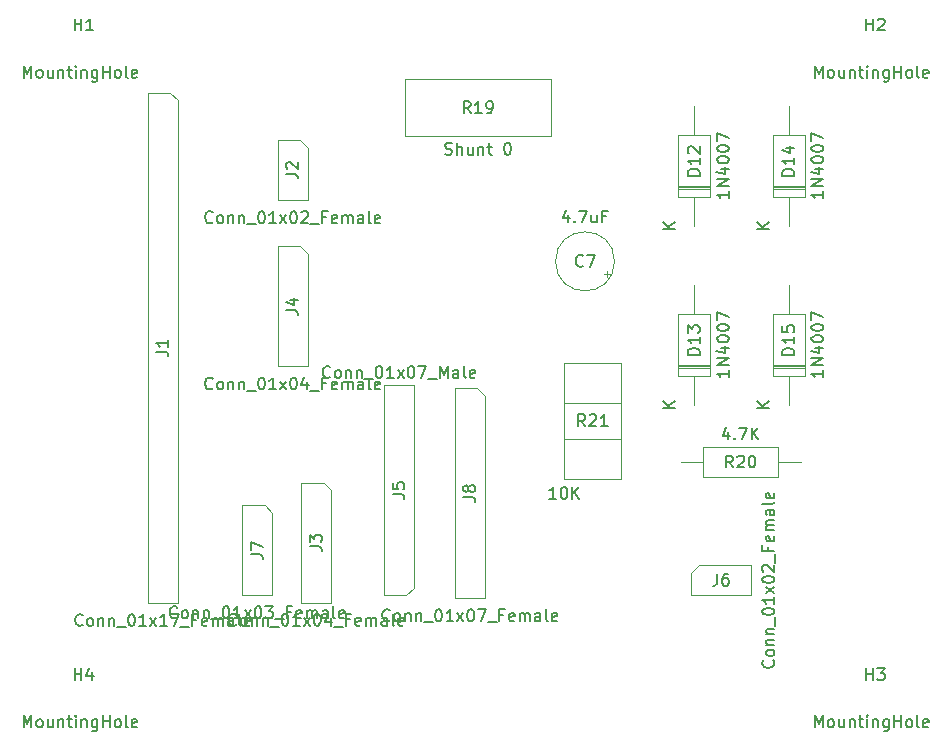
<source format=gbr>
G04 #@! TF.GenerationSoftware,KiCad,Pcbnew,(5.1.5)-3*
G04 #@! TF.CreationDate,2020-04-05T12:45:21+05:30*
G04 #@! TF.ProjectId,Con+fb(v+i),436f6e2b-6662-4287-962b-69292e6b6963,rev?*
G04 #@! TF.SameCoordinates,Original*
G04 #@! TF.FileFunction,Other,Fab,Top*
%FSLAX46Y46*%
G04 Gerber Fmt 4.6, Leading zero omitted, Abs format (unit mm)*
G04 Created by KiCad (PCBNEW (5.1.5)-3) date 2020-04-05 12:45:21*
%MOMM*%
%LPD*%
G04 APERTURE LIST*
%ADD10C,0.100000*%
%ADD11C,0.150000*%
G04 APERTURE END LIST*
D10*
X116250000Y-107000000D02*
G75*
G03X116250000Y-107000000I-2500000J0D01*
G01*
X115883605Y-108087500D02*
X115383605Y-108087500D01*
X115633605Y-108337500D02*
X115633605Y-107837500D01*
X121650000Y-101520000D02*
X124350000Y-101520000D01*
X124350000Y-101520000D02*
X124350000Y-96320000D01*
X124350000Y-96320000D02*
X121650000Y-96320000D01*
X121650000Y-96320000D02*
X121650000Y-101520000D01*
X123000000Y-104000000D02*
X123000000Y-101520000D01*
X123000000Y-93840000D02*
X123000000Y-96320000D01*
X121650000Y-100740000D02*
X124350000Y-100740000D01*
X121650000Y-100640000D02*
X124350000Y-100640000D01*
X121650000Y-100840000D02*
X124350000Y-100840000D01*
X121650000Y-116000000D02*
X124350000Y-116000000D01*
X121650000Y-115800000D02*
X124350000Y-115800000D01*
X121650000Y-115900000D02*
X124350000Y-115900000D01*
X123000000Y-109000000D02*
X123000000Y-111480000D01*
X123000000Y-119160000D02*
X123000000Y-116680000D01*
X121650000Y-111480000D02*
X121650000Y-116680000D01*
X124350000Y-111480000D02*
X121650000Y-111480000D01*
X124350000Y-116680000D02*
X124350000Y-111480000D01*
X121650000Y-116680000D02*
X124350000Y-116680000D01*
X129650000Y-101520000D02*
X132350000Y-101520000D01*
X132350000Y-101520000D02*
X132350000Y-96320000D01*
X132350000Y-96320000D02*
X129650000Y-96320000D01*
X129650000Y-96320000D02*
X129650000Y-101520000D01*
X131000000Y-104000000D02*
X131000000Y-101520000D01*
X131000000Y-93840000D02*
X131000000Y-96320000D01*
X129650000Y-100740000D02*
X132350000Y-100740000D01*
X129650000Y-100640000D02*
X132350000Y-100640000D01*
X129650000Y-100840000D02*
X132350000Y-100840000D01*
X129650000Y-116000000D02*
X132350000Y-116000000D01*
X129650000Y-115800000D02*
X132350000Y-115800000D01*
X129650000Y-115900000D02*
X132350000Y-115900000D01*
X131000000Y-109000000D02*
X131000000Y-111480000D01*
X131000000Y-119160000D02*
X131000000Y-116680000D01*
X129650000Y-111480000D02*
X129650000Y-116680000D01*
X132350000Y-111480000D02*
X129650000Y-111480000D01*
X132350000Y-116680000D02*
X132350000Y-111480000D01*
X129650000Y-116680000D02*
X132350000Y-116680000D01*
X76730000Y-92730000D02*
X78635000Y-92730000D01*
X78635000Y-92730000D02*
X79270000Y-93365000D01*
X79270000Y-93365000D02*
X79270000Y-135910000D01*
X79270000Y-135910000D02*
X76730000Y-135910000D01*
X76730000Y-135910000D02*
X76730000Y-92730000D01*
X87730000Y-96730000D02*
X89635000Y-96730000D01*
X89635000Y-96730000D02*
X90270000Y-97365000D01*
X90270000Y-97365000D02*
X90270000Y-101810000D01*
X90270000Y-101810000D02*
X87730000Y-101810000D01*
X87730000Y-101810000D02*
X87730000Y-96730000D01*
X89730000Y-135890000D02*
X89730000Y-125730000D01*
X92270000Y-135890000D02*
X89730000Y-135890000D01*
X92270000Y-126365000D02*
X92270000Y-135890000D01*
X91635000Y-125730000D02*
X92270000Y-126365000D01*
X89730000Y-125730000D02*
X91635000Y-125730000D01*
X87730000Y-105730000D02*
X89635000Y-105730000D01*
X89635000Y-105730000D02*
X90270000Y-106365000D01*
X90270000Y-106365000D02*
X90270000Y-115890000D01*
X90270000Y-115890000D02*
X87730000Y-115890000D01*
X87730000Y-115890000D02*
X87730000Y-105730000D01*
X98635000Y-135270000D02*
X96730000Y-135270000D01*
X96730000Y-135270000D02*
X96730000Y-117490000D01*
X96730000Y-117490000D02*
X99270000Y-117490000D01*
X99270000Y-117490000D02*
X99270000Y-134635000D01*
X99270000Y-134635000D02*
X98635000Y-135270000D01*
X127810000Y-135270000D02*
X122730000Y-135270000D01*
X127810000Y-132730000D02*
X127810000Y-135270000D01*
X123365000Y-132730000D02*
X127810000Y-132730000D01*
X122730000Y-133365000D02*
X123365000Y-132730000D01*
X122730000Y-135270000D02*
X122730000Y-133365000D01*
X84730000Y-127650000D02*
X86635000Y-127650000D01*
X86635000Y-127650000D02*
X87270000Y-128285000D01*
X87270000Y-128285000D02*
X87270000Y-135270000D01*
X87270000Y-135270000D02*
X84730000Y-135270000D01*
X84730000Y-135270000D02*
X84730000Y-127650000D01*
X102730000Y-117730000D02*
X104635000Y-117730000D01*
X104635000Y-117730000D02*
X105270000Y-118365000D01*
X105270000Y-118365000D02*
X105270000Y-135510000D01*
X105270000Y-135510000D02*
X102730000Y-135510000D01*
X102730000Y-135510000D02*
X102730000Y-117730000D01*
X98500000Y-91600000D02*
X98500000Y-96400000D01*
X98500000Y-96400000D02*
X110900000Y-96400000D01*
X110900000Y-96400000D02*
X110900000Y-91600000D01*
X110900000Y-91600000D02*
X98500000Y-91600000D01*
X130070000Y-125250000D02*
X130070000Y-122750000D01*
X130070000Y-122750000D02*
X123770000Y-122750000D01*
X123770000Y-122750000D02*
X123770000Y-125250000D01*
X123770000Y-125250000D02*
X130070000Y-125250000D01*
X132000000Y-124000000D02*
X130070000Y-124000000D01*
X121840000Y-124000000D02*
X123770000Y-124000000D01*
X116800000Y-115600000D02*
X116800000Y-125400000D01*
X116800000Y-125400000D02*
X112000000Y-125400000D01*
X112000000Y-125400000D02*
X112000000Y-115600000D01*
X112000000Y-115600000D02*
X116800000Y-115600000D01*
X112000000Y-119000000D02*
X112000000Y-122000000D01*
X112000000Y-122000000D02*
X116800000Y-122000000D01*
X116800000Y-122000000D02*
X116800000Y-119000000D01*
X116800000Y-119000000D02*
X112000000Y-119000000D01*
D11*
X112345238Y-103035714D02*
X112345238Y-103702380D01*
X112107142Y-102654761D02*
X111869047Y-103369047D01*
X112488095Y-103369047D01*
X112869047Y-103607142D02*
X112916666Y-103654761D01*
X112869047Y-103702380D01*
X112821428Y-103654761D01*
X112869047Y-103607142D01*
X112869047Y-103702380D01*
X113250000Y-102702380D02*
X113916666Y-102702380D01*
X113488095Y-103702380D01*
X114726190Y-103035714D02*
X114726190Y-103702380D01*
X114297619Y-103035714D02*
X114297619Y-103559523D01*
X114345238Y-103654761D01*
X114440476Y-103702380D01*
X114583333Y-103702380D01*
X114678571Y-103654761D01*
X114726190Y-103607142D01*
X115535714Y-103178571D02*
X115202380Y-103178571D01*
X115202380Y-103702380D02*
X115202380Y-102702380D01*
X115678571Y-102702380D01*
X113583333Y-107357142D02*
X113535714Y-107404761D01*
X113392857Y-107452380D01*
X113297619Y-107452380D01*
X113154761Y-107404761D01*
X113059523Y-107309523D01*
X113011904Y-107214285D01*
X112964285Y-107023809D01*
X112964285Y-106880952D01*
X113011904Y-106690476D01*
X113059523Y-106595238D01*
X113154761Y-106500000D01*
X113297619Y-106452380D01*
X113392857Y-106452380D01*
X113535714Y-106500000D01*
X113583333Y-106547619D01*
X113916666Y-106452380D02*
X114583333Y-106452380D01*
X114154761Y-107452380D01*
X125922380Y-101062857D02*
X125922380Y-101634285D01*
X125922380Y-101348571D02*
X124922380Y-101348571D01*
X125065238Y-101443809D01*
X125160476Y-101539047D01*
X125208095Y-101634285D01*
X125922380Y-100634285D02*
X124922380Y-100634285D01*
X125922380Y-100062857D01*
X124922380Y-100062857D01*
X125255714Y-99158095D02*
X125922380Y-99158095D01*
X124874761Y-99396190D02*
X125589047Y-99634285D01*
X125589047Y-99015238D01*
X124922380Y-98443809D02*
X124922380Y-98348571D01*
X124970000Y-98253333D01*
X125017619Y-98205714D01*
X125112857Y-98158095D01*
X125303333Y-98110476D01*
X125541428Y-98110476D01*
X125731904Y-98158095D01*
X125827142Y-98205714D01*
X125874761Y-98253333D01*
X125922380Y-98348571D01*
X125922380Y-98443809D01*
X125874761Y-98539047D01*
X125827142Y-98586666D01*
X125731904Y-98634285D01*
X125541428Y-98681904D01*
X125303333Y-98681904D01*
X125112857Y-98634285D01*
X125017619Y-98586666D01*
X124970000Y-98539047D01*
X124922380Y-98443809D01*
X124922380Y-97491428D02*
X124922380Y-97396190D01*
X124970000Y-97300952D01*
X125017619Y-97253333D01*
X125112857Y-97205714D01*
X125303333Y-97158095D01*
X125541428Y-97158095D01*
X125731904Y-97205714D01*
X125827142Y-97253333D01*
X125874761Y-97300952D01*
X125922380Y-97396190D01*
X125922380Y-97491428D01*
X125874761Y-97586666D01*
X125827142Y-97634285D01*
X125731904Y-97681904D01*
X125541428Y-97729523D01*
X125303333Y-97729523D01*
X125112857Y-97681904D01*
X125017619Y-97634285D01*
X124970000Y-97586666D01*
X124922380Y-97491428D01*
X124922380Y-96824761D02*
X124922380Y-96158095D01*
X125922380Y-96586666D01*
X123452380Y-99744285D02*
X122452380Y-99744285D01*
X122452380Y-99506190D01*
X122500000Y-99363333D01*
X122595238Y-99268095D01*
X122690476Y-99220476D01*
X122880952Y-99172857D01*
X123023809Y-99172857D01*
X123214285Y-99220476D01*
X123309523Y-99268095D01*
X123404761Y-99363333D01*
X123452380Y-99506190D01*
X123452380Y-99744285D01*
X123452380Y-98220476D02*
X123452380Y-98791904D01*
X123452380Y-98506190D02*
X122452380Y-98506190D01*
X122595238Y-98601428D01*
X122690476Y-98696666D01*
X122738095Y-98791904D01*
X122547619Y-97839523D02*
X122500000Y-97791904D01*
X122452380Y-97696666D01*
X122452380Y-97458571D01*
X122500000Y-97363333D01*
X122547619Y-97315714D01*
X122642857Y-97268095D01*
X122738095Y-97268095D01*
X122880952Y-97315714D01*
X123452380Y-97887142D01*
X123452380Y-97268095D01*
X121352380Y-104261904D02*
X120352380Y-104261904D01*
X121352380Y-103690476D02*
X120780952Y-104119047D01*
X120352380Y-103690476D02*
X120923809Y-104261904D01*
X125922380Y-116222857D02*
X125922380Y-116794285D01*
X125922380Y-116508571D02*
X124922380Y-116508571D01*
X125065238Y-116603809D01*
X125160476Y-116699047D01*
X125208095Y-116794285D01*
X125922380Y-115794285D02*
X124922380Y-115794285D01*
X125922380Y-115222857D01*
X124922380Y-115222857D01*
X125255714Y-114318095D02*
X125922380Y-114318095D01*
X124874761Y-114556190D02*
X125589047Y-114794285D01*
X125589047Y-114175238D01*
X124922380Y-113603809D02*
X124922380Y-113508571D01*
X124970000Y-113413333D01*
X125017619Y-113365714D01*
X125112857Y-113318095D01*
X125303333Y-113270476D01*
X125541428Y-113270476D01*
X125731904Y-113318095D01*
X125827142Y-113365714D01*
X125874761Y-113413333D01*
X125922380Y-113508571D01*
X125922380Y-113603809D01*
X125874761Y-113699047D01*
X125827142Y-113746666D01*
X125731904Y-113794285D01*
X125541428Y-113841904D01*
X125303333Y-113841904D01*
X125112857Y-113794285D01*
X125017619Y-113746666D01*
X124970000Y-113699047D01*
X124922380Y-113603809D01*
X124922380Y-112651428D02*
X124922380Y-112556190D01*
X124970000Y-112460952D01*
X125017619Y-112413333D01*
X125112857Y-112365714D01*
X125303333Y-112318095D01*
X125541428Y-112318095D01*
X125731904Y-112365714D01*
X125827142Y-112413333D01*
X125874761Y-112460952D01*
X125922380Y-112556190D01*
X125922380Y-112651428D01*
X125874761Y-112746666D01*
X125827142Y-112794285D01*
X125731904Y-112841904D01*
X125541428Y-112889523D01*
X125303333Y-112889523D01*
X125112857Y-112841904D01*
X125017619Y-112794285D01*
X124970000Y-112746666D01*
X124922380Y-112651428D01*
X124922380Y-111984761D02*
X124922380Y-111318095D01*
X125922380Y-111746666D01*
X121352380Y-119421904D02*
X120352380Y-119421904D01*
X121352380Y-118850476D02*
X120780952Y-119279047D01*
X120352380Y-118850476D02*
X120923809Y-119421904D01*
X123452380Y-114904285D02*
X122452380Y-114904285D01*
X122452380Y-114666190D01*
X122500000Y-114523333D01*
X122595238Y-114428095D01*
X122690476Y-114380476D01*
X122880952Y-114332857D01*
X123023809Y-114332857D01*
X123214285Y-114380476D01*
X123309523Y-114428095D01*
X123404761Y-114523333D01*
X123452380Y-114666190D01*
X123452380Y-114904285D01*
X123452380Y-113380476D02*
X123452380Y-113951904D01*
X123452380Y-113666190D02*
X122452380Y-113666190D01*
X122595238Y-113761428D01*
X122690476Y-113856666D01*
X122738095Y-113951904D01*
X122452380Y-113047142D02*
X122452380Y-112428095D01*
X122833333Y-112761428D01*
X122833333Y-112618571D01*
X122880952Y-112523333D01*
X122928571Y-112475714D01*
X123023809Y-112428095D01*
X123261904Y-112428095D01*
X123357142Y-112475714D01*
X123404761Y-112523333D01*
X123452380Y-112618571D01*
X123452380Y-112904285D01*
X123404761Y-112999523D01*
X123357142Y-113047142D01*
X133922380Y-101062857D02*
X133922380Y-101634285D01*
X133922380Y-101348571D02*
X132922380Y-101348571D01*
X133065238Y-101443809D01*
X133160476Y-101539047D01*
X133208095Y-101634285D01*
X133922380Y-100634285D02*
X132922380Y-100634285D01*
X133922380Y-100062857D01*
X132922380Y-100062857D01*
X133255714Y-99158095D02*
X133922380Y-99158095D01*
X132874761Y-99396190D02*
X133589047Y-99634285D01*
X133589047Y-99015238D01*
X132922380Y-98443809D02*
X132922380Y-98348571D01*
X132970000Y-98253333D01*
X133017619Y-98205714D01*
X133112857Y-98158095D01*
X133303333Y-98110476D01*
X133541428Y-98110476D01*
X133731904Y-98158095D01*
X133827142Y-98205714D01*
X133874761Y-98253333D01*
X133922380Y-98348571D01*
X133922380Y-98443809D01*
X133874761Y-98539047D01*
X133827142Y-98586666D01*
X133731904Y-98634285D01*
X133541428Y-98681904D01*
X133303333Y-98681904D01*
X133112857Y-98634285D01*
X133017619Y-98586666D01*
X132970000Y-98539047D01*
X132922380Y-98443809D01*
X132922380Y-97491428D02*
X132922380Y-97396190D01*
X132970000Y-97300952D01*
X133017619Y-97253333D01*
X133112857Y-97205714D01*
X133303333Y-97158095D01*
X133541428Y-97158095D01*
X133731904Y-97205714D01*
X133827142Y-97253333D01*
X133874761Y-97300952D01*
X133922380Y-97396190D01*
X133922380Y-97491428D01*
X133874761Y-97586666D01*
X133827142Y-97634285D01*
X133731904Y-97681904D01*
X133541428Y-97729523D01*
X133303333Y-97729523D01*
X133112857Y-97681904D01*
X133017619Y-97634285D01*
X132970000Y-97586666D01*
X132922380Y-97491428D01*
X132922380Y-96824761D02*
X132922380Y-96158095D01*
X133922380Y-96586666D01*
X131452380Y-99744285D02*
X130452380Y-99744285D01*
X130452380Y-99506190D01*
X130500000Y-99363333D01*
X130595238Y-99268095D01*
X130690476Y-99220476D01*
X130880952Y-99172857D01*
X131023809Y-99172857D01*
X131214285Y-99220476D01*
X131309523Y-99268095D01*
X131404761Y-99363333D01*
X131452380Y-99506190D01*
X131452380Y-99744285D01*
X131452380Y-98220476D02*
X131452380Y-98791904D01*
X131452380Y-98506190D02*
X130452380Y-98506190D01*
X130595238Y-98601428D01*
X130690476Y-98696666D01*
X130738095Y-98791904D01*
X130785714Y-97363333D02*
X131452380Y-97363333D01*
X130404761Y-97601428D02*
X131119047Y-97839523D01*
X131119047Y-97220476D01*
X129352380Y-104261904D02*
X128352380Y-104261904D01*
X129352380Y-103690476D02*
X128780952Y-104119047D01*
X128352380Y-103690476D02*
X128923809Y-104261904D01*
X133922380Y-116222857D02*
X133922380Y-116794285D01*
X133922380Y-116508571D02*
X132922380Y-116508571D01*
X133065238Y-116603809D01*
X133160476Y-116699047D01*
X133208095Y-116794285D01*
X133922380Y-115794285D02*
X132922380Y-115794285D01*
X133922380Y-115222857D01*
X132922380Y-115222857D01*
X133255714Y-114318095D02*
X133922380Y-114318095D01*
X132874761Y-114556190D02*
X133589047Y-114794285D01*
X133589047Y-114175238D01*
X132922380Y-113603809D02*
X132922380Y-113508571D01*
X132970000Y-113413333D01*
X133017619Y-113365714D01*
X133112857Y-113318095D01*
X133303333Y-113270476D01*
X133541428Y-113270476D01*
X133731904Y-113318095D01*
X133827142Y-113365714D01*
X133874761Y-113413333D01*
X133922380Y-113508571D01*
X133922380Y-113603809D01*
X133874761Y-113699047D01*
X133827142Y-113746666D01*
X133731904Y-113794285D01*
X133541428Y-113841904D01*
X133303333Y-113841904D01*
X133112857Y-113794285D01*
X133017619Y-113746666D01*
X132970000Y-113699047D01*
X132922380Y-113603809D01*
X132922380Y-112651428D02*
X132922380Y-112556190D01*
X132970000Y-112460952D01*
X133017619Y-112413333D01*
X133112857Y-112365714D01*
X133303333Y-112318095D01*
X133541428Y-112318095D01*
X133731904Y-112365714D01*
X133827142Y-112413333D01*
X133874761Y-112460952D01*
X133922380Y-112556190D01*
X133922380Y-112651428D01*
X133874761Y-112746666D01*
X133827142Y-112794285D01*
X133731904Y-112841904D01*
X133541428Y-112889523D01*
X133303333Y-112889523D01*
X133112857Y-112841904D01*
X133017619Y-112794285D01*
X132970000Y-112746666D01*
X132922380Y-112651428D01*
X132922380Y-111984761D02*
X132922380Y-111318095D01*
X133922380Y-111746666D01*
X129352380Y-119421904D02*
X128352380Y-119421904D01*
X129352380Y-118850476D02*
X128780952Y-119279047D01*
X128352380Y-118850476D02*
X128923809Y-119421904D01*
X131452380Y-114904285D02*
X130452380Y-114904285D01*
X130452380Y-114666190D01*
X130500000Y-114523333D01*
X130595238Y-114428095D01*
X130690476Y-114380476D01*
X130880952Y-114332857D01*
X131023809Y-114332857D01*
X131214285Y-114380476D01*
X131309523Y-114428095D01*
X131404761Y-114523333D01*
X131452380Y-114666190D01*
X131452380Y-114904285D01*
X131452380Y-113380476D02*
X131452380Y-113951904D01*
X131452380Y-113666190D02*
X130452380Y-113666190D01*
X130595238Y-113761428D01*
X130690476Y-113856666D01*
X130738095Y-113951904D01*
X130452380Y-112475714D02*
X130452380Y-112951904D01*
X130928571Y-112999523D01*
X130880952Y-112951904D01*
X130833333Y-112856666D01*
X130833333Y-112618571D01*
X130880952Y-112523333D01*
X130928571Y-112475714D01*
X131023809Y-112428095D01*
X131261904Y-112428095D01*
X131357142Y-112475714D01*
X131404761Y-112523333D01*
X131452380Y-112618571D01*
X131452380Y-112856666D01*
X131404761Y-112951904D01*
X131357142Y-112999523D01*
X71214285Y-137767142D02*
X71166666Y-137814761D01*
X71023809Y-137862380D01*
X70928571Y-137862380D01*
X70785714Y-137814761D01*
X70690476Y-137719523D01*
X70642857Y-137624285D01*
X70595238Y-137433809D01*
X70595238Y-137290952D01*
X70642857Y-137100476D01*
X70690476Y-137005238D01*
X70785714Y-136910000D01*
X70928571Y-136862380D01*
X71023809Y-136862380D01*
X71166666Y-136910000D01*
X71214285Y-136957619D01*
X71785714Y-137862380D02*
X71690476Y-137814761D01*
X71642857Y-137767142D01*
X71595238Y-137671904D01*
X71595238Y-137386190D01*
X71642857Y-137290952D01*
X71690476Y-137243333D01*
X71785714Y-137195714D01*
X71928571Y-137195714D01*
X72023809Y-137243333D01*
X72071428Y-137290952D01*
X72119047Y-137386190D01*
X72119047Y-137671904D01*
X72071428Y-137767142D01*
X72023809Y-137814761D01*
X71928571Y-137862380D01*
X71785714Y-137862380D01*
X72547619Y-137195714D02*
X72547619Y-137862380D01*
X72547619Y-137290952D02*
X72595238Y-137243333D01*
X72690476Y-137195714D01*
X72833333Y-137195714D01*
X72928571Y-137243333D01*
X72976190Y-137338571D01*
X72976190Y-137862380D01*
X73452380Y-137195714D02*
X73452380Y-137862380D01*
X73452380Y-137290952D02*
X73500000Y-137243333D01*
X73595238Y-137195714D01*
X73738095Y-137195714D01*
X73833333Y-137243333D01*
X73880952Y-137338571D01*
X73880952Y-137862380D01*
X74119047Y-137957619D02*
X74880952Y-137957619D01*
X75309523Y-136862380D02*
X75404761Y-136862380D01*
X75500000Y-136910000D01*
X75547619Y-136957619D01*
X75595238Y-137052857D01*
X75642857Y-137243333D01*
X75642857Y-137481428D01*
X75595238Y-137671904D01*
X75547619Y-137767142D01*
X75500000Y-137814761D01*
X75404761Y-137862380D01*
X75309523Y-137862380D01*
X75214285Y-137814761D01*
X75166666Y-137767142D01*
X75119047Y-137671904D01*
X75071428Y-137481428D01*
X75071428Y-137243333D01*
X75119047Y-137052857D01*
X75166666Y-136957619D01*
X75214285Y-136910000D01*
X75309523Y-136862380D01*
X76595238Y-137862380D02*
X76023809Y-137862380D01*
X76309523Y-137862380D02*
X76309523Y-136862380D01*
X76214285Y-137005238D01*
X76119047Y-137100476D01*
X76023809Y-137148095D01*
X76928571Y-137862380D02*
X77452380Y-137195714D01*
X76928571Y-137195714D02*
X77452380Y-137862380D01*
X78357142Y-137862380D02*
X77785714Y-137862380D01*
X78071428Y-137862380D02*
X78071428Y-136862380D01*
X77976190Y-137005238D01*
X77880952Y-137100476D01*
X77785714Y-137148095D01*
X78690476Y-136862380D02*
X79357142Y-136862380D01*
X78928571Y-137862380D01*
X79500000Y-137957619D02*
X80261904Y-137957619D01*
X80833333Y-137338571D02*
X80500000Y-137338571D01*
X80500000Y-137862380D02*
X80500000Y-136862380D01*
X80976190Y-136862380D01*
X81738095Y-137814761D02*
X81642857Y-137862380D01*
X81452380Y-137862380D01*
X81357142Y-137814761D01*
X81309523Y-137719523D01*
X81309523Y-137338571D01*
X81357142Y-137243333D01*
X81452380Y-137195714D01*
X81642857Y-137195714D01*
X81738095Y-137243333D01*
X81785714Y-137338571D01*
X81785714Y-137433809D01*
X81309523Y-137529047D01*
X82214285Y-137862380D02*
X82214285Y-137195714D01*
X82214285Y-137290952D02*
X82261904Y-137243333D01*
X82357142Y-137195714D01*
X82500000Y-137195714D01*
X82595238Y-137243333D01*
X82642857Y-137338571D01*
X82642857Y-137862380D01*
X82642857Y-137338571D02*
X82690476Y-137243333D01*
X82785714Y-137195714D01*
X82928571Y-137195714D01*
X83023809Y-137243333D01*
X83071428Y-137338571D01*
X83071428Y-137862380D01*
X83976190Y-137862380D02*
X83976190Y-137338571D01*
X83928571Y-137243333D01*
X83833333Y-137195714D01*
X83642857Y-137195714D01*
X83547619Y-137243333D01*
X83976190Y-137814761D02*
X83880952Y-137862380D01*
X83642857Y-137862380D01*
X83547619Y-137814761D01*
X83500000Y-137719523D01*
X83500000Y-137624285D01*
X83547619Y-137529047D01*
X83642857Y-137481428D01*
X83880952Y-137481428D01*
X83976190Y-137433809D01*
X84595238Y-137862380D02*
X84500000Y-137814761D01*
X84452380Y-137719523D01*
X84452380Y-136862380D01*
X85357142Y-137814761D02*
X85261904Y-137862380D01*
X85071428Y-137862380D01*
X84976190Y-137814761D01*
X84928571Y-137719523D01*
X84928571Y-137338571D01*
X84976190Y-137243333D01*
X85071428Y-137195714D01*
X85261904Y-137195714D01*
X85357142Y-137243333D01*
X85404761Y-137338571D01*
X85404761Y-137433809D01*
X84928571Y-137529047D01*
X77452380Y-114653333D02*
X78166666Y-114653333D01*
X78309523Y-114700952D01*
X78404761Y-114796190D01*
X78452380Y-114939047D01*
X78452380Y-115034285D01*
X78452380Y-113653333D02*
X78452380Y-114224761D01*
X78452380Y-113939047D02*
X77452380Y-113939047D01*
X77595238Y-114034285D01*
X77690476Y-114129523D01*
X77738095Y-114224761D01*
X82214285Y-103667142D02*
X82166666Y-103714761D01*
X82023809Y-103762380D01*
X81928571Y-103762380D01*
X81785714Y-103714761D01*
X81690476Y-103619523D01*
X81642857Y-103524285D01*
X81595238Y-103333809D01*
X81595238Y-103190952D01*
X81642857Y-103000476D01*
X81690476Y-102905238D01*
X81785714Y-102810000D01*
X81928571Y-102762380D01*
X82023809Y-102762380D01*
X82166666Y-102810000D01*
X82214285Y-102857619D01*
X82785714Y-103762380D02*
X82690476Y-103714761D01*
X82642857Y-103667142D01*
X82595238Y-103571904D01*
X82595238Y-103286190D01*
X82642857Y-103190952D01*
X82690476Y-103143333D01*
X82785714Y-103095714D01*
X82928571Y-103095714D01*
X83023809Y-103143333D01*
X83071428Y-103190952D01*
X83119047Y-103286190D01*
X83119047Y-103571904D01*
X83071428Y-103667142D01*
X83023809Y-103714761D01*
X82928571Y-103762380D01*
X82785714Y-103762380D01*
X83547619Y-103095714D02*
X83547619Y-103762380D01*
X83547619Y-103190952D02*
X83595238Y-103143333D01*
X83690476Y-103095714D01*
X83833333Y-103095714D01*
X83928571Y-103143333D01*
X83976190Y-103238571D01*
X83976190Y-103762380D01*
X84452380Y-103095714D02*
X84452380Y-103762380D01*
X84452380Y-103190952D02*
X84500000Y-103143333D01*
X84595238Y-103095714D01*
X84738095Y-103095714D01*
X84833333Y-103143333D01*
X84880952Y-103238571D01*
X84880952Y-103762380D01*
X85119047Y-103857619D02*
X85880952Y-103857619D01*
X86309523Y-102762380D02*
X86404761Y-102762380D01*
X86500000Y-102810000D01*
X86547619Y-102857619D01*
X86595238Y-102952857D01*
X86642857Y-103143333D01*
X86642857Y-103381428D01*
X86595238Y-103571904D01*
X86547619Y-103667142D01*
X86500000Y-103714761D01*
X86404761Y-103762380D01*
X86309523Y-103762380D01*
X86214285Y-103714761D01*
X86166666Y-103667142D01*
X86119047Y-103571904D01*
X86071428Y-103381428D01*
X86071428Y-103143333D01*
X86119047Y-102952857D01*
X86166666Y-102857619D01*
X86214285Y-102810000D01*
X86309523Y-102762380D01*
X87595238Y-103762380D02*
X87023809Y-103762380D01*
X87309523Y-103762380D02*
X87309523Y-102762380D01*
X87214285Y-102905238D01*
X87119047Y-103000476D01*
X87023809Y-103048095D01*
X87928571Y-103762380D02*
X88452380Y-103095714D01*
X87928571Y-103095714D02*
X88452380Y-103762380D01*
X89023809Y-102762380D02*
X89119047Y-102762380D01*
X89214285Y-102810000D01*
X89261904Y-102857619D01*
X89309523Y-102952857D01*
X89357142Y-103143333D01*
X89357142Y-103381428D01*
X89309523Y-103571904D01*
X89261904Y-103667142D01*
X89214285Y-103714761D01*
X89119047Y-103762380D01*
X89023809Y-103762380D01*
X88928571Y-103714761D01*
X88880952Y-103667142D01*
X88833333Y-103571904D01*
X88785714Y-103381428D01*
X88785714Y-103143333D01*
X88833333Y-102952857D01*
X88880952Y-102857619D01*
X88928571Y-102810000D01*
X89023809Y-102762380D01*
X89738095Y-102857619D02*
X89785714Y-102810000D01*
X89880952Y-102762380D01*
X90119047Y-102762380D01*
X90214285Y-102810000D01*
X90261904Y-102857619D01*
X90309523Y-102952857D01*
X90309523Y-103048095D01*
X90261904Y-103190952D01*
X89690476Y-103762380D01*
X90309523Y-103762380D01*
X90500000Y-103857619D02*
X91261904Y-103857619D01*
X91833333Y-103238571D02*
X91500000Y-103238571D01*
X91500000Y-103762380D02*
X91500000Y-102762380D01*
X91976190Y-102762380D01*
X92738095Y-103714761D02*
X92642857Y-103762380D01*
X92452380Y-103762380D01*
X92357142Y-103714761D01*
X92309523Y-103619523D01*
X92309523Y-103238571D01*
X92357142Y-103143333D01*
X92452380Y-103095714D01*
X92642857Y-103095714D01*
X92738095Y-103143333D01*
X92785714Y-103238571D01*
X92785714Y-103333809D01*
X92309523Y-103429047D01*
X93214285Y-103762380D02*
X93214285Y-103095714D01*
X93214285Y-103190952D02*
X93261904Y-103143333D01*
X93357142Y-103095714D01*
X93500000Y-103095714D01*
X93595238Y-103143333D01*
X93642857Y-103238571D01*
X93642857Y-103762380D01*
X93642857Y-103238571D02*
X93690476Y-103143333D01*
X93785714Y-103095714D01*
X93928571Y-103095714D01*
X94023809Y-103143333D01*
X94071428Y-103238571D01*
X94071428Y-103762380D01*
X94976190Y-103762380D02*
X94976190Y-103238571D01*
X94928571Y-103143333D01*
X94833333Y-103095714D01*
X94642857Y-103095714D01*
X94547619Y-103143333D01*
X94976190Y-103714761D02*
X94880952Y-103762380D01*
X94642857Y-103762380D01*
X94547619Y-103714761D01*
X94500000Y-103619523D01*
X94500000Y-103524285D01*
X94547619Y-103429047D01*
X94642857Y-103381428D01*
X94880952Y-103381428D01*
X94976190Y-103333809D01*
X95595238Y-103762380D02*
X95500000Y-103714761D01*
X95452380Y-103619523D01*
X95452380Y-102762380D01*
X96357142Y-103714761D02*
X96261904Y-103762380D01*
X96071428Y-103762380D01*
X95976190Y-103714761D01*
X95928571Y-103619523D01*
X95928571Y-103238571D01*
X95976190Y-103143333D01*
X96071428Y-103095714D01*
X96261904Y-103095714D01*
X96357142Y-103143333D01*
X96404761Y-103238571D01*
X96404761Y-103333809D01*
X95928571Y-103429047D01*
X88452380Y-99603333D02*
X89166666Y-99603333D01*
X89309523Y-99650952D01*
X89404761Y-99746190D01*
X89452380Y-99889047D01*
X89452380Y-99984285D01*
X88547619Y-99174761D02*
X88500000Y-99127142D01*
X88452380Y-99031904D01*
X88452380Y-98793809D01*
X88500000Y-98698571D01*
X88547619Y-98650952D01*
X88642857Y-98603333D01*
X88738095Y-98603333D01*
X88880952Y-98650952D01*
X89452380Y-99222380D01*
X89452380Y-98603333D01*
X84214285Y-137747142D02*
X84166666Y-137794761D01*
X84023809Y-137842380D01*
X83928571Y-137842380D01*
X83785714Y-137794761D01*
X83690476Y-137699523D01*
X83642857Y-137604285D01*
X83595238Y-137413809D01*
X83595238Y-137270952D01*
X83642857Y-137080476D01*
X83690476Y-136985238D01*
X83785714Y-136890000D01*
X83928571Y-136842380D01*
X84023809Y-136842380D01*
X84166666Y-136890000D01*
X84214285Y-136937619D01*
X84785714Y-137842380D02*
X84690476Y-137794761D01*
X84642857Y-137747142D01*
X84595238Y-137651904D01*
X84595238Y-137366190D01*
X84642857Y-137270952D01*
X84690476Y-137223333D01*
X84785714Y-137175714D01*
X84928571Y-137175714D01*
X85023809Y-137223333D01*
X85071428Y-137270952D01*
X85119047Y-137366190D01*
X85119047Y-137651904D01*
X85071428Y-137747142D01*
X85023809Y-137794761D01*
X84928571Y-137842380D01*
X84785714Y-137842380D01*
X85547619Y-137175714D02*
X85547619Y-137842380D01*
X85547619Y-137270952D02*
X85595238Y-137223333D01*
X85690476Y-137175714D01*
X85833333Y-137175714D01*
X85928571Y-137223333D01*
X85976190Y-137318571D01*
X85976190Y-137842380D01*
X86452380Y-137175714D02*
X86452380Y-137842380D01*
X86452380Y-137270952D02*
X86500000Y-137223333D01*
X86595238Y-137175714D01*
X86738095Y-137175714D01*
X86833333Y-137223333D01*
X86880952Y-137318571D01*
X86880952Y-137842380D01*
X87119047Y-137937619D02*
X87880952Y-137937619D01*
X88309523Y-136842380D02*
X88404761Y-136842380D01*
X88500000Y-136890000D01*
X88547619Y-136937619D01*
X88595238Y-137032857D01*
X88642857Y-137223333D01*
X88642857Y-137461428D01*
X88595238Y-137651904D01*
X88547619Y-137747142D01*
X88500000Y-137794761D01*
X88404761Y-137842380D01*
X88309523Y-137842380D01*
X88214285Y-137794761D01*
X88166666Y-137747142D01*
X88119047Y-137651904D01*
X88071428Y-137461428D01*
X88071428Y-137223333D01*
X88119047Y-137032857D01*
X88166666Y-136937619D01*
X88214285Y-136890000D01*
X88309523Y-136842380D01*
X89595238Y-137842380D02*
X89023809Y-137842380D01*
X89309523Y-137842380D02*
X89309523Y-136842380D01*
X89214285Y-136985238D01*
X89119047Y-137080476D01*
X89023809Y-137128095D01*
X89928571Y-137842380D02*
X90452380Y-137175714D01*
X89928571Y-137175714D02*
X90452380Y-137842380D01*
X91023809Y-136842380D02*
X91119047Y-136842380D01*
X91214285Y-136890000D01*
X91261904Y-136937619D01*
X91309523Y-137032857D01*
X91357142Y-137223333D01*
X91357142Y-137461428D01*
X91309523Y-137651904D01*
X91261904Y-137747142D01*
X91214285Y-137794761D01*
X91119047Y-137842380D01*
X91023809Y-137842380D01*
X90928571Y-137794761D01*
X90880952Y-137747142D01*
X90833333Y-137651904D01*
X90785714Y-137461428D01*
X90785714Y-137223333D01*
X90833333Y-137032857D01*
X90880952Y-136937619D01*
X90928571Y-136890000D01*
X91023809Y-136842380D01*
X92214285Y-137175714D02*
X92214285Y-137842380D01*
X91976190Y-136794761D02*
X91738095Y-137509047D01*
X92357142Y-137509047D01*
X92500000Y-137937619D02*
X93261904Y-137937619D01*
X93833333Y-137318571D02*
X93500000Y-137318571D01*
X93500000Y-137842380D02*
X93500000Y-136842380D01*
X93976190Y-136842380D01*
X94738095Y-137794761D02*
X94642857Y-137842380D01*
X94452380Y-137842380D01*
X94357142Y-137794761D01*
X94309523Y-137699523D01*
X94309523Y-137318571D01*
X94357142Y-137223333D01*
X94452380Y-137175714D01*
X94642857Y-137175714D01*
X94738095Y-137223333D01*
X94785714Y-137318571D01*
X94785714Y-137413809D01*
X94309523Y-137509047D01*
X95214285Y-137842380D02*
X95214285Y-137175714D01*
X95214285Y-137270952D02*
X95261904Y-137223333D01*
X95357142Y-137175714D01*
X95500000Y-137175714D01*
X95595238Y-137223333D01*
X95642857Y-137318571D01*
X95642857Y-137842380D01*
X95642857Y-137318571D02*
X95690476Y-137223333D01*
X95785714Y-137175714D01*
X95928571Y-137175714D01*
X96023809Y-137223333D01*
X96071428Y-137318571D01*
X96071428Y-137842380D01*
X96976190Y-137842380D02*
X96976190Y-137318571D01*
X96928571Y-137223333D01*
X96833333Y-137175714D01*
X96642857Y-137175714D01*
X96547619Y-137223333D01*
X96976190Y-137794761D02*
X96880952Y-137842380D01*
X96642857Y-137842380D01*
X96547619Y-137794761D01*
X96500000Y-137699523D01*
X96500000Y-137604285D01*
X96547619Y-137509047D01*
X96642857Y-137461428D01*
X96880952Y-137461428D01*
X96976190Y-137413809D01*
X97595238Y-137842380D02*
X97500000Y-137794761D01*
X97452380Y-137699523D01*
X97452380Y-136842380D01*
X98357142Y-137794761D02*
X98261904Y-137842380D01*
X98071428Y-137842380D01*
X97976190Y-137794761D01*
X97928571Y-137699523D01*
X97928571Y-137318571D01*
X97976190Y-137223333D01*
X98071428Y-137175714D01*
X98261904Y-137175714D01*
X98357142Y-137223333D01*
X98404761Y-137318571D01*
X98404761Y-137413809D01*
X97928571Y-137509047D01*
X90452380Y-131143333D02*
X91166666Y-131143333D01*
X91309523Y-131190952D01*
X91404761Y-131286190D01*
X91452380Y-131429047D01*
X91452380Y-131524285D01*
X90452380Y-130762380D02*
X90452380Y-130143333D01*
X90833333Y-130476666D01*
X90833333Y-130333809D01*
X90880952Y-130238571D01*
X90928571Y-130190952D01*
X91023809Y-130143333D01*
X91261904Y-130143333D01*
X91357142Y-130190952D01*
X91404761Y-130238571D01*
X91452380Y-130333809D01*
X91452380Y-130619523D01*
X91404761Y-130714761D01*
X91357142Y-130762380D01*
X82214285Y-117747142D02*
X82166666Y-117794761D01*
X82023809Y-117842380D01*
X81928571Y-117842380D01*
X81785714Y-117794761D01*
X81690476Y-117699523D01*
X81642857Y-117604285D01*
X81595238Y-117413809D01*
X81595238Y-117270952D01*
X81642857Y-117080476D01*
X81690476Y-116985238D01*
X81785714Y-116890000D01*
X81928571Y-116842380D01*
X82023809Y-116842380D01*
X82166666Y-116890000D01*
X82214285Y-116937619D01*
X82785714Y-117842380D02*
X82690476Y-117794761D01*
X82642857Y-117747142D01*
X82595238Y-117651904D01*
X82595238Y-117366190D01*
X82642857Y-117270952D01*
X82690476Y-117223333D01*
X82785714Y-117175714D01*
X82928571Y-117175714D01*
X83023809Y-117223333D01*
X83071428Y-117270952D01*
X83119047Y-117366190D01*
X83119047Y-117651904D01*
X83071428Y-117747142D01*
X83023809Y-117794761D01*
X82928571Y-117842380D01*
X82785714Y-117842380D01*
X83547619Y-117175714D02*
X83547619Y-117842380D01*
X83547619Y-117270952D02*
X83595238Y-117223333D01*
X83690476Y-117175714D01*
X83833333Y-117175714D01*
X83928571Y-117223333D01*
X83976190Y-117318571D01*
X83976190Y-117842380D01*
X84452380Y-117175714D02*
X84452380Y-117842380D01*
X84452380Y-117270952D02*
X84500000Y-117223333D01*
X84595238Y-117175714D01*
X84738095Y-117175714D01*
X84833333Y-117223333D01*
X84880952Y-117318571D01*
X84880952Y-117842380D01*
X85119047Y-117937619D02*
X85880952Y-117937619D01*
X86309523Y-116842380D02*
X86404761Y-116842380D01*
X86500000Y-116890000D01*
X86547619Y-116937619D01*
X86595238Y-117032857D01*
X86642857Y-117223333D01*
X86642857Y-117461428D01*
X86595238Y-117651904D01*
X86547619Y-117747142D01*
X86500000Y-117794761D01*
X86404761Y-117842380D01*
X86309523Y-117842380D01*
X86214285Y-117794761D01*
X86166666Y-117747142D01*
X86119047Y-117651904D01*
X86071428Y-117461428D01*
X86071428Y-117223333D01*
X86119047Y-117032857D01*
X86166666Y-116937619D01*
X86214285Y-116890000D01*
X86309523Y-116842380D01*
X87595238Y-117842380D02*
X87023809Y-117842380D01*
X87309523Y-117842380D02*
X87309523Y-116842380D01*
X87214285Y-116985238D01*
X87119047Y-117080476D01*
X87023809Y-117128095D01*
X87928571Y-117842380D02*
X88452380Y-117175714D01*
X87928571Y-117175714D02*
X88452380Y-117842380D01*
X89023809Y-116842380D02*
X89119047Y-116842380D01*
X89214285Y-116890000D01*
X89261904Y-116937619D01*
X89309523Y-117032857D01*
X89357142Y-117223333D01*
X89357142Y-117461428D01*
X89309523Y-117651904D01*
X89261904Y-117747142D01*
X89214285Y-117794761D01*
X89119047Y-117842380D01*
X89023809Y-117842380D01*
X88928571Y-117794761D01*
X88880952Y-117747142D01*
X88833333Y-117651904D01*
X88785714Y-117461428D01*
X88785714Y-117223333D01*
X88833333Y-117032857D01*
X88880952Y-116937619D01*
X88928571Y-116890000D01*
X89023809Y-116842380D01*
X90214285Y-117175714D02*
X90214285Y-117842380D01*
X89976190Y-116794761D02*
X89738095Y-117509047D01*
X90357142Y-117509047D01*
X90500000Y-117937619D02*
X91261904Y-117937619D01*
X91833333Y-117318571D02*
X91500000Y-117318571D01*
X91500000Y-117842380D02*
X91500000Y-116842380D01*
X91976190Y-116842380D01*
X92738095Y-117794761D02*
X92642857Y-117842380D01*
X92452380Y-117842380D01*
X92357142Y-117794761D01*
X92309523Y-117699523D01*
X92309523Y-117318571D01*
X92357142Y-117223333D01*
X92452380Y-117175714D01*
X92642857Y-117175714D01*
X92738095Y-117223333D01*
X92785714Y-117318571D01*
X92785714Y-117413809D01*
X92309523Y-117509047D01*
X93214285Y-117842380D02*
X93214285Y-117175714D01*
X93214285Y-117270952D02*
X93261904Y-117223333D01*
X93357142Y-117175714D01*
X93500000Y-117175714D01*
X93595238Y-117223333D01*
X93642857Y-117318571D01*
X93642857Y-117842380D01*
X93642857Y-117318571D02*
X93690476Y-117223333D01*
X93785714Y-117175714D01*
X93928571Y-117175714D01*
X94023809Y-117223333D01*
X94071428Y-117318571D01*
X94071428Y-117842380D01*
X94976190Y-117842380D02*
X94976190Y-117318571D01*
X94928571Y-117223333D01*
X94833333Y-117175714D01*
X94642857Y-117175714D01*
X94547619Y-117223333D01*
X94976190Y-117794761D02*
X94880952Y-117842380D01*
X94642857Y-117842380D01*
X94547619Y-117794761D01*
X94500000Y-117699523D01*
X94500000Y-117604285D01*
X94547619Y-117509047D01*
X94642857Y-117461428D01*
X94880952Y-117461428D01*
X94976190Y-117413809D01*
X95595238Y-117842380D02*
X95500000Y-117794761D01*
X95452380Y-117699523D01*
X95452380Y-116842380D01*
X96357142Y-117794761D02*
X96261904Y-117842380D01*
X96071428Y-117842380D01*
X95976190Y-117794761D01*
X95928571Y-117699523D01*
X95928571Y-117318571D01*
X95976190Y-117223333D01*
X96071428Y-117175714D01*
X96261904Y-117175714D01*
X96357142Y-117223333D01*
X96404761Y-117318571D01*
X96404761Y-117413809D01*
X95928571Y-117509047D01*
X88452380Y-111143333D02*
X89166666Y-111143333D01*
X89309523Y-111190952D01*
X89404761Y-111286190D01*
X89452380Y-111429047D01*
X89452380Y-111524285D01*
X88785714Y-110238571D02*
X89452380Y-110238571D01*
X88404761Y-110476666D02*
X89119047Y-110714761D01*
X89119047Y-110095714D01*
X92166666Y-116787142D02*
X92119047Y-116834761D01*
X91976190Y-116882380D01*
X91880952Y-116882380D01*
X91738095Y-116834761D01*
X91642857Y-116739523D01*
X91595238Y-116644285D01*
X91547619Y-116453809D01*
X91547619Y-116310952D01*
X91595238Y-116120476D01*
X91642857Y-116025238D01*
X91738095Y-115930000D01*
X91880952Y-115882380D01*
X91976190Y-115882380D01*
X92119047Y-115930000D01*
X92166666Y-115977619D01*
X92738095Y-116882380D02*
X92642857Y-116834761D01*
X92595238Y-116787142D01*
X92547619Y-116691904D01*
X92547619Y-116406190D01*
X92595238Y-116310952D01*
X92642857Y-116263333D01*
X92738095Y-116215714D01*
X92880952Y-116215714D01*
X92976190Y-116263333D01*
X93023809Y-116310952D01*
X93071428Y-116406190D01*
X93071428Y-116691904D01*
X93023809Y-116787142D01*
X92976190Y-116834761D01*
X92880952Y-116882380D01*
X92738095Y-116882380D01*
X93500000Y-116215714D02*
X93500000Y-116882380D01*
X93500000Y-116310952D02*
X93547619Y-116263333D01*
X93642857Y-116215714D01*
X93785714Y-116215714D01*
X93880952Y-116263333D01*
X93928571Y-116358571D01*
X93928571Y-116882380D01*
X94404761Y-116215714D02*
X94404761Y-116882380D01*
X94404761Y-116310952D02*
X94452380Y-116263333D01*
X94547619Y-116215714D01*
X94690476Y-116215714D01*
X94785714Y-116263333D01*
X94833333Y-116358571D01*
X94833333Y-116882380D01*
X95071428Y-116977619D02*
X95833333Y-116977619D01*
X96261904Y-115882380D02*
X96357142Y-115882380D01*
X96452380Y-115930000D01*
X96500000Y-115977619D01*
X96547619Y-116072857D01*
X96595238Y-116263333D01*
X96595238Y-116501428D01*
X96547619Y-116691904D01*
X96500000Y-116787142D01*
X96452380Y-116834761D01*
X96357142Y-116882380D01*
X96261904Y-116882380D01*
X96166666Y-116834761D01*
X96119047Y-116787142D01*
X96071428Y-116691904D01*
X96023809Y-116501428D01*
X96023809Y-116263333D01*
X96071428Y-116072857D01*
X96119047Y-115977619D01*
X96166666Y-115930000D01*
X96261904Y-115882380D01*
X97547619Y-116882380D02*
X96976190Y-116882380D01*
X97261904Y-116882380D02*
X97261904Y-115882380D01*
X97166666Y-116025238D01*
X97071428Y-116120476D01*
X96976190Y-116168095D01*
X97880952Y-116882380D02*
X98404761Y-116215714D01*
X97880952Y-116215714D02*
X98404761Y-116882380D01*
X98976190Y-115882380D02*
X99071428Y-115882380D01*
X99166666Y-115930000D01*
X99214285Y-115977619D01*
X99261904Y-116072857D01*
X99309523Y-116263333D01*
X99309523Y-116501428D01*
X99261904Y-116691904D01*
X99214285Y-116787142D01*
X99166666Y-116834761D01*
X99071428Y-116882380D01*
X98976190Y-116882380D01*
X98880952Y-116834761D01*
X98833333Y-116787142D01*
X98785714Y-116691904D01*
X98738095Y-116501428D01*
X98738095Y-116263333D01*
X98785714Y-116072857D01*
X98833333Y-115977619D01*
X98880952Y-115930000D01*
X98976190Y-115882380D01*
X99642857Y-115882380D02*
X100309523Y-115882380D01*
X99880952Y-116882380D01*
X100452380Y-116977619D02*
X101214285Y-116977619D01*
X101452380Y-116882380D02*
X101452380Y-115882380D01*
X101785714Y-116596666D01*
X102119047Y-115882380D01*
X102119047Y-116882380D01*
X103023809Y-116882380D02*
X103023809Y-116358571D01*
X102976190Y-116263333D01*
X102880952Y-116215714D01*
X102690476Y-116215714D01*
X102595238Y-116263333D01*
X103023809Y-116834761D02*
X102928571Y-116882380D01*
X102690476Y-116882380D01*
X102595238Y-116834761D01*
X102547619Y-116739523D01*
X102547619Y-116644285D01*
X102595238Y-116549047D01*
X102690476Y-116501428D01*
X102928571Y-116501428D01*
X103023809Y-116453809D01*
X103642857Y-116882380D02*
X103547619Y-116834761D01*
X103500000Y-116739523D01*
X103500000Y-115882380D01*
X104404761Y-116834761D02*
X104309523Y-116882380D01*
X104119047Y-116882380D01*
X104023809Y-116834761D01*
X103976190Y-116739523D01*
X103976190Y-116358571D01*
X104023809Y-116263333D01*
X104119047Y-116215714D01*
X104309523Y-116215714D01*
X104404761Y-116263333D01*
X104452380Y-116358571D01*
X104452380Y-116453809D01*
X103976190Y-116549047D01*
X97452380Y-126713333D02*
X98166666Y-126713333D01*
X98309523Y-126760952D01*
X98404761Y-126856190D01*
X98452380Y-126999047D01*
X98452380Y-127094285D01*
X97452380Y-125760952D02*
X97452380Y-126237142D01*
X97928571Y-126284761D01*
X97880952Y-126237142D01*
X97833333Y-126141904D01*
X97833333Y-125903809D01*
X97880952Y-125808571D01*
X97928571Y-125760952D01*
X98023809Y-125713333D01*
X98261904Y-125713333D01*
X98357142Y-125760952D01*
X98404761Y-125808571D01*
X98452380Y-125903809D01*
X98452380Y-126141904D01*
X98404761Y-126237142D01*
X98357142Y-126284761D01*
X129667142Y-140785714D02*
X129714761Y-140833333D01*
X129762380Y-140976190D01*
X129762380Y-141071428D01*
X129714761Y-141214285D01*
X129619523Y-141309523D01*
X129524285Y-141357142D01*
X129333809Y-141404761D01*
X129190952Y-141404761D01*
X129000476Y-141357142D01*
X128905238Y-141309523D01*
X128810000Y-141214285D01*
X128762380Y-141071428D01*
X128762380Y-140976190D01*
X128810000Y-140833333D01*
X128857619Y-140785714D01*
X129762380Y-140214285D02*
X129714761Y-140309523D01*
X129667142Y-140357142D01*
X129571904Y-140404761D01*
X129286190Y-140404761D01*
X129190952Y-140357142D01*
X129143333Y-140309523D01*
X129095714Y-140214285D01*
X129095714Y-140071428D01*
X129143333Y-139976190D01*
X129190952Y-139928571D01*
X129286190Y-139880952D01*
X129571904Y-139880952D01*
X129667142Y-139928571D01*
X129714761Y-139976190D01*
X129762380Y-140071428D01*
X129762380Y-140214285D01*
X129095714Y-139452380D02*
X129762380Y-139452380D01*
X129190952Y-139452380D02*
X129143333Y-139404761D01*
X129095714Y-139309523D01*
X129095714Y-139166666D01*
X129143333Y-139071428D01*
X129238571Y-139023809D01*
X129762380Y-139023809D01*
X129095714Y-138547619D02*
X129762380Y-138547619D01*
X129190952Y-138547619D02*
X129143333Y-138500000D01*
X129095714Y-138404761D01*
X129095714Y-138261904D01*
X129143333Y-138166666D01*
X129238571Y-138119047D01*
X129762380Y-138119047D01*
X129857619Y-137880952D02*
X129857619Y-137119047D01*
X128762380Y-136690476D02*
X128762380Y-136595238D01*
X128810000Y-136500000D01*
X128857619Y-136452380D01*
X128952857Y-136404761D01*
X129143333Y-136357142D01*
X129381428Y-136357142D01*
X129571904Y-136404761D01*
X129667142Y-136452380D01*
X129714761Y-136500000D01*
X129762380Y-136595238D01*
X129762380Y-136690476D01*
X129714761Y-136785714D01*
X129667142Y-136833333D01*
X129571904Y-136880952D01*
X129381428Y-136928571D01*
X129143333Y-136928571D01*
X128952857Y-136880952D01*
X128857619Y-136833333D01*
X128810000Y-136785714D01*
X128762380Y-136690476D01*
X129762380Y-135404761D02*
X129762380Y-135976190D01*
X129762380Y-135690476D02*
X128762380Y-135690476D01*
X128905238Y-135785714D01*
X129000476Y-135880952D01*
X129048095Y-135976190D01*
X129762380Y-135071428D02*
X129095714Y-134547619D01*
X129095714Y-135071428D02*
X129762380Y-134547619D01*
X128762380Y-133976190D02*
X128762380Y-133880952D01*
X128810000Y-133785714D01*
X128857619Y-133738095D01*
X128952857Y-133690476D01*
X129143333Y-133642857D01*
X129381428Y-133642857D01*
X129571904Y-133690476D01*
X129667142Y-133738095D01*
X129714761Y-133785714D01*
X129762380Y-133880952D01*
X129762380Y-133976190D01*
X129714761Y-134071428D01*
X129667142Y-134119047D01*
X129571904Y-134166666D01*
X129381428Y-134214285D01*
X129143333Y-134214285D01*
X128952857Y-134166666D01*
X128857619Y-134119047D01*
X128810000Y-134071428D01*
X128762380Y-133976190D01*
X128857619Y-133261904D02*
X128810000Y-133214285D01*
X128762380Y-133119047D01*
X128762380Y-132880952D01*
X128810000Y-132785714D01*
X128857619Y-132738095D01*
X128952857Y-132690476D01*
X129048095Y-132690476D01*
X129190952Y-132738095D01*
X129762380Y-133309523D01*
X129762380Y-132690476D01*
X129857619Y-132500000D02*
X129857619Y-131738095D01*
X129238571Y-131166666D02*
X129238571Y-131500000D01*
X129762380Y-131500000D02*
X128762380Y-131500000D01*
X128762380Y-131023809D01*
X129714761Y-130261904D02*
X129762380Y-130357142D01*
X129762380Y-130547619D01*
X129714761Y-130642857D01*
X129619523Y-130690476D01*
X129238571Y-130690476D01*
X129143333Y-130642857D01*
X129095714Y-130547619D01*
X129095714Y-130357142D01*
X129143333Y-130261904D01*
X129238571Y-130214285D01*
X129333809Y-130214285D01*
X129429047Y-130690476D01*
X129762380Y-129785714D02*
X129095714Y-129785714D01*
X129190952Y-129785714D02*
X129143333Y-129738095D01*
X129095714Y-129642857D01*
X129095714Y-129500000D01*
X129143333Y-129404761D01*
X129238571Y-129357142D01*
X129762380Y-129357142D01*
X129238571Y-129357142D02*
X129143333Y-129309523D01*
X129095714Y-129214285D01*
X129095714Y-129071428D01*
X129143333Y-128976190D01*
X129238571Y-128928571D01*
X129762380Y-128928571D01*
X129762380Y-128023809D02*
X129238571Y-128023809D01*
X129143333Y-128071428D01*
X129095714Y-128166666D01*
X129095714Y-128357142D01*
X129143333Y-128452380D01*
X129714761Y-128023809D02*
X129762380Y-128119047D01*
X129762380Y-128357142D01*
X129714761Y-128452380D01*
X129619523Y-128500000D01*
X129524285Y-128500000D01*
X129429047Y-128452380D01*
X129381428Y-128357142D01*
X129381428Y-128119047D01*
X129333809Y-128023809D01*
X129762380Y-127404761D02*
X129714761Y-127500000D01*
X129619523Y-127547619D01*
X128762380Y-127547619D01*
X129714761Y-126642857D02*
X129762380Y-126738095D01*
X129762380Y-126928571D01*
X129714761Y-127023809D01*
X129619523Y-127071428D01*
X129238571Y-127071428D01*
X129143333Y-127023809D01*
X129095714Y-126928571D01*
X129095714Y-126738095D01*
X129143333Y-126642857D01*
X129238571Y-126595238D01*
X129333809Y-126595238D01*
X129429047Y-127071428D01*
X124936666Y-133452380D02*
X124936666Y-134166666D01*
X124889047Y-134309523D01*
X124793809Y-134404761D01*
X124650952Y-134452380D01*
X124555714Y-134452380D01*
X125841428Y-133452380D02*
X125650952Y-133452380D01*
X125555714Y-133500000D01*
X125508095Y-133547619D01*
X125412857Y-133690476D01*
X125365238Y-133880952D01*
X125365238Y-134261904D01*
X125412857Y-134357142D01*
X125460476Y-134404761D01*
X125555714Y-134452380D01*
X125746190Y-134452380D01*
X125841428Y-134404761D01*
X125889047Y-134357142D01*
X125936666Y-134261904D01*
X125936666Y-134023809D01*
X125889047Y-133928571D01*
X125841428Y-133880952D01*
X125746190Y-133833333D01*
X125555714Y-133833333D01*
X125460476Y-133880952D01*
X125412857Y-133928571D01*
X125365238Y-134023809D01*
X79214285Y-137127142D02*
X79166666Y-137174761D01*
X79023809Y-137222380D01*
X78928571Y-137222380D01*
X78785714Y-137174761D01*
X78690476Y-137079523D01*
X78642857Y-136984285D01*
X78595238Y-136793809D01*
X78595238Y-136650952D01*
X78642857Y-136460476D01*
X78690476Y-136365238D01*
X78785714Y-136270000D01*
X78928571Y-136222380D01*
X79023809Y-136222380D01*
X79166666Y-136270000D01*
X79214285Y-136317619D01*
X79785714Y-137222380D02*
X79690476Y-137174761D01*
X79642857Y-137127142D01*
X79595238Y-137031904D01*
X79595238Y-136746190D01*
X79642857Y-136650952D01*
X79690476Y-136603333D01*
X79785714Y-136555714D01*
X79928571Y-136555714D01*
X80023809Y-136603333D01*
X80071428Y-136650952D01*
X80119047Y-136746190D01*
X80119047Y-137031904D01*
X80071428Y-137127142D01*
X80023809Y-137174761D01*
X79928571Y-137222380D01*
X79785714Y-137222380D01*
X80547619Y-136555714D02*
X80547619Y-137222380D01*
X80547619Y-136650952D02*
X80595238Y-136603333D01*
X80690476Y-136555714D01*
X80833333Y-136555714D01*
X80928571Y-136603333D01*
X80976190Y-136698571D01*
X80976190Y-137222380D01*
X81452380Y-136555714D02*
X81452380Y-137222380D01*
X81452380Y-136650952D02*
X81500000Y-136603333D01*
X81595238Y-136555714D01*
X81738095Y-136555714D01*
X81833333Y-136603333D01*
X81880952Y-136698571D01*
X81880952Y-137222380D01*
X82119047Y-137317619D02*
X82880952Y-137317619D01*
X83309523Y-136222380D02*
X83404761Y-136222380D01*
X83500000Y-136270000D01*
X83547619Y-136317619D01*
X83595238Y-136412857D01*
X83642857Y-136603333D01*
X83642857Y-136841428D01*
X83595238Y-137031904D01*
X83547619Y-137127142D01*
X83500000Y-137174761D01*
X83404761Y-137222380D01*
X83309523Y-137222380D01*
X83214285Y-137174761D01*
X83166666Y-137127142D01*
X83119047Y-137031904D01*
X83071428Y-136841428D01*
X83071428Y-136603333D01*
X83119047Y-136412857D01*
X83166666Y-136317619D01*
X83214285Y-136270000D01*
X83309523Y-136222380D01*
X84595238Y-137222380D02*
X84023809Y-137222380D01*
X84309523Y-137222380D02*
X84309523Y-136222380D01*
X84214285Y-136365238D01*
X84119047Y-136460476D01*
X84023809Y-136508095D01*
X84928571Y-137222380D02*
X85452380Y-136555714D01*
X84928571Y-136555714D02*
X85452380Y-137222380D01*
X86023809Y-136222380D02*
X86119047Y-136222380D01*
X86214285Y-136270000D01*
X86261904Y-136317619D01*
X86309523Y-136412857D01*
X86357142Y-136603333D01*
X86357142Y-136841428D01*
X86309523Y-137031904D01*
X86261904Y-137127142D01*
X86214285Y-137174761D01*
X86119047Y-137222380D01*
X86023809Y-137222380D01*
X85928571Y-137174761D01*
X85880952Y-137127142D01*
X85833333Y-137031904D01*
X85785714Y-136841428D01*
X85785714Y-136603333D01*
X85833333Y-136412857D01*
X85880952Y-136317619D01*
X85928571Y-136270000D01*
X86023809Y-136222380D01*
X86690476Y-136222380D02*
X87309523Y-136222380D01*
X86976190Y-136603333D01*
X87119047Y-136603333D01*
X87214285Y-136650952D01*
X87261904Y-136698571D01*
X87309523Y-136793809D01*
X87309523Y-137031904D01*
X87261904Y-137127142D01*
X87214285Y-137174761D01*
X87119047Y-137222380D01*
X86833333Y-137222380D01*
X86738095Y-137174761D01*
X86690476Y-137127142D01*
X87500000Y-137317619D02*
X88261904Y-137317619D01*
X88833333Y-136698571D02*
X88500000Y-136698571D01*
X88500000Y-137222380D02*
X88500000Y-136222380D01*
X88976190Y-136222380D01*
X89738095Y-137174761D02*
X89642857Y-137222380D01*
X89452380Y-137222380D01*
X89357142Y-137174761D01*
X89309523Y-137079523D01*
X89309523Y-136698571D01*
X89357142Y-136603333D01*
X89452380Y-136555714D01*
X89642857Y-136555714D01*
X89738095Y-136603333D01*
X89785714Y-136698571D01*
X89785714Y-136793809D01*
X89309523Y-136889047D01*
X90214285Y-137222380D02*
X90214285Y-136555714D01*
X90214285Y-136650952D02*
X90261904Y-136603333D01*
X90357142Y-136555714D01*
X90500000Y-136555714D01*
X90595238Y-136603333D01*
X90642857Y-136698571D01*
X90642857Y-137222380D01*
X90642857Y-136698571D02*
X90690476Y-136603333D01*
X90785714Y-136555714D01*
X90928571Y-136555714D01*
X91023809Y-136603333D01*
X91071428Y-136698571D01*
X91071428Y-137222380D01*
X91976190Y-137222380D02*
X91976190Y-136698571D01*
X91928571Y-136603333D01*
X91833333Y-136555714D01*
X91642857Y-136555714D01*
X91547619Y-136603333D01*
X91976190Y-137174761D02*
X91880952Y-137222380D01*
X91642857Y-137222380D01*
X91547619Y-137174761D01*
X91500000Y-137079523D01*
X91500000Y-136984285D01*
X91547619Y-136889047D01*
X91642857Y-136841428D01*
X91880952Y-136841428D01*
X91976190Y-136793809D01*
X92595238Y-137222380D02*
X92500000Y-137174761D01*
X92452380Y-137079523D01*
X92452380Y-136222380D01*
X93357142Y-137174761D02*
X93261904Y-137222380D01*
X93071428Y-137222380D01*
X92976190Y-137174761D01*
X92928571Y-137079523D01*
X92928571Y-136698571D01*
X92976190Y-136603333D01*
X93071428Y-136555714D01*
X93261904Y-136555714D01*
X93357142Y-136603333D01*
X93404761Y-136698571D01*
X93404761Y-136793809D01*
X92928571Y-136889047D01*
X85452380Y-131793333D02*
X86166666Y-131793333D01*
X86309523Y-131840952D01*
X86404761Y-131936190D01*
X86452380Y-132079047D01*
X86452380Y-132174285D01*
X85452380Y-131412380D02*
X85452380Y-130745714D01*
X86452380Y-131174285D01*
X97214285Y-137367142D02*
X97166666Y-137414761D01*
X97023809Y-137462380D01*
X96928571Y-137462380D01*
X96785714Y-137414761D01*
X96690476Y-137319523D01*
X96642857Y-137224285D01*
X96595238Y-137033809D01*
X96595238Y-136890952D01*
X96642857Y-136700476D01*
X96690476Y-136605238D01*
X96785714Y-136510000D01*
X96928571Y-136462380D01*
X97023809Y-136462380D01*
X97166666Y-136510000D01*
X97214285Y-136557619D01*
X97785714Y-137462380D02*
X97690476Y-137414761D01*
X97642857Y-137367142D01*
X97595238Y-137271904D01*
X97595238Y-136986190D01*
X97642857Y-136890952D01*
X97690476Y-136843333D01*
X97785714Y-136795714D01*
X97928571Y-136795714D01*
X98023809Y-136843333D01*
X98071428Y-136890952D01*
X98119047Y-136986190D01*
X98119047Y-137271904D01*
X98071428Y-137367142D01*
X98023809Y-137414761D01*
X97928571Y-137462380D01*
X97785714Y-137462380D01*
X98547619Y-136795714D02*
X98547619Y-137462380D01*
X98547619Y-136890952D02*
X98595238Y-136843333D01*
X98690476Y-136795714D01*
X98833333Y-136795714D01*
X98928571Y-136843333D01*
X98976190Y-136938571D01*
X98976190Y-137462380D01*
X99452380Y-136795714D02*
X99452380Y-137462380D01*
X99452380Y-136890952D02*
X99500000Y-136843333D01*
X99595238Y-136795714D01*
X99738095Y-136795714D01*
X99833333Y-136843333D01*
X99880952Y-136938571D01*
X99880952Y-137462380D01*
X100119047Y-137557619D02*
X100880952Y-137557619D01*
X101309523Y-136462380D02*
X101404761Y-136462380D01*
X101500000Y-136510000D01*
X101547619Y-136557619D01*
X101595238Y-136652857D01*
X101642857Y-136843333D01*
X101642857Y-137081428D01*
X101595238Y-137271904D01*
X101547619Y-137367142D01*
X101500000Y-137414761D01*
X101404761Y-137462380D01*
X101309523Y-137462380D01*
X101214285Y-137414761D01*
X101166666Y-137367142D01*
X101119047Y-137271904D01*
X101071428Y-137081428D01*
X101071428Y-136843333D01*
X101119047Y-136652857D01*
X101166666Y-136557619D01*
X101214285Y-136510000D01*
X101309523Y-136462380D01*
X102595238Y-137462380D02*
X102023809Y-137462380D01*
X102309523Y-137462380D02*
X102309523Y-136462380D01*
X102214285Y-136605238D01*
X102119047Y-136700476D01*
X102023809Y-136748095D01*
X102928571Y-137462380D02*
X103452380Y-136795714D01*
X102928571Y-136795714D02*
X103452380Y-137462380D01*
X104023809Y-136462380D02*
X104119047Y-136462380D01*
X104214285Y-136510000D01*
X104261904Y-136557619D01*
X104309523Y-136652857D01*
X104357142Y-136843333D01*
X104357142Y-137081428D01*
X104309523Y-137271904D01*
X104261904Y-137367142D01*
X104214285Y-137414761D01*
X104119047Y-137462380D01*
X104023809Y-137462380D01*
X103928571Y-137414761D01*
X103880952Y-137367142D01*
X103833333Y-137271904D01*
X103785714Y-137081428D01*
X103785714Y-136843333D01*
X103833333Y-136652857D01*
X103880952Y-136557619D01*
X103928571Y-136510000D01*
X104023809Y-136462380D01*
X104690476Y-136462380D02*
X105357142Y-136462380D01*
X104928571Y-137462380D01*
X105500000Y-137557619D02*
X106261904Y-137557619D01*
X106833333Y-136938571D02*
X106500000Y-136938571D01*
X106500000Y-137462380D02*
X106500000Y-136462380D01*
X106976190Y-136462380D01*
X107738095Y-137414761D02*
X107642857Y-137462380D01*
X107452380Y-137462380D01*
X107357142Y-137414761D01*
X107309523Y-137319523D01*
X107309523Y-136938571D01*
X107357142Y-136843333D01*
X107452380Y-136795714D01*
X107642857Y-136795714D01*
X107738095Y-136843333D01*
X107785714Y-136938571D01*
X107785714Y-137033809D01*
X107309523Y-137129047D01*
X108214285Y-137462380D02*
X108214285Y-136795714D01*
X108214285Y-136890952D02*
X108261904Y-136843333D01*
X108357142Y-136795714D01*
X108500000Y-136795714D01*
X108595238Y-136843333D01*
X108642857Y-136938571D01*
X108642857Y-137462380D01*
X108642857Y-136938571D02*
X108690476Y-136843333D01*
X108785714Y-136795714D01*
X108928571Y-136795714D01*
X109023809Y-136843333D01*
X109071428Y-136938571D01*
X109071428Y-137462380D01*
X109976190Y-137462380D02*
X109976190Y-136938571D01*
X109928571Y-136843333D01*
X109833333Y-136795714D01*
X109642857Y-136795714D01*
X109547619Y-136843333D01*
X109976190Y-137414761D02*
X109880952Y-137462380D01*
X109642857Y-137462380D01*
X109547619Y-137414761D01*
X109500000Y-137319523D01*
X109500000Y-137224285D01*
X109547619Y-137129047D01*
X109642857Y-137081428D01*
X109880952Y-137081428D01*
X109976190Y-137033809D01*
X110595238Y-137462380D02*
X110500000Y-137414761D01*
X110452380Y-137319523D01*
X110452380Y-136462380D01*
X111357142Y-137414761D02*
X111261904Y-137462380D01*
X111071428Y-137462380D01*
X110976190Y-137414761D01*
X110928571Y-137319523D01*
X110928571Y-136938571D01*
X110976190Y-136843333D01*
X111071428Y-136795714D01*
X111261904Y-136795714D01*
X111357142Y-136843333D01*
X111404761Y-136938571D01*
X111404761Y-137033809D01*
X110928571Y-137129047D01*
X103452380Y-126953333D02*
X104166666Y-126953333D01*
X104309523Y-127000952D01*
X104404761Y-127096190D01*
X104452380Y-127239047D01*
X104452380Y-127334285D01*
X103880952Y-126334285D02*
X103833333Y-126429523D01*
X103785714Y-126477142D01*
X103690476Y-126524761D01*
X103642857Y-126524761D01*
X103547619Y-126477142D01*
X103500000Y-126429523D01*
X103452380Y-126334285D01*
X103452380Y-126143809D01*
X103500000Y-126048571D01*
X103547619Y-126000952D01*
X103642857Y-125953333D01*
X103690476Y-125953333D01*
X103785714Y-126000952D01*
X103833333Y-126048571D01*
X103880952Y-126143809D01*
X103880952Y-126334285D01*
X103928571Y-126429523D01*
X103976190Y-126477142D01*
X104071428Y-126524761D01*
X104261904Y-126524761D01*
X104357142Y-126477142D01*
X104404761Y-126429523D01*
X104452380Y-126334285D01*
X104452380Y-126143809D01*
X104404761Y-126048571D01*
X104357142Y-126000952D01*
X104261904Y-125953333D01*
X104071428Y-125953333D01*
X103976190Y-126000952D01*
X103928571Y-126048571D01*
X103880952Y-126143809D01*
X101914285Y-97924761D02*
X102057142Y-97972380D01*
X102295238Y-97972380D01*
X102390476Y-97924761D01*
X102438095Y-97877142D01*
X102485714Y-97781904D01*
X102485714Y-97686666D01*
X102438095Y-97591428D01*
X102390476Y-97543809D01*
X102295238Y-97496190D01*
X102104761Y-97448571D01*
X102009523Y-97400952D01*
X101961904Y-97353333D01*
X101914285Y-97258095D01*
X101914285Y-97162857D01*
X101961904Y-97067619D01*
X102009523Y-97020000D01*
X102104761Y-96972380D01*
X102342857Y-96972380D01*
X102485714Y-97020000D01*
X102914285Y-97972380D02*
X102914285Y-96972380D01*
X103342857Y-97972380D02*
X103342857Y-97448571D01*
X103295238Y-97353333D01*
X103200000Y-97305714D01*
X103057142Y-97305714D01*
X102961904Y-97353333D01*
X102914285Y-97400952D01*
X104247619Y-97305714D02*
X104247619Y-97972380D01*
X103819047Y-97305714D02*
X103819047Y-97829523D01*
X103866666Y-97924761D01*
X103961904Y-97972380D01*
X104104761Y-97972380D01*
X104200000Y-97924761D01*
X104247619Y-97877142D01*
X104723809Y-97305714D02*
X104723809Y-97972380D01*
X104723809Y-97400952D02*
X104771428Y-97353333D01*
X104866666Y-97305714D01*
X105009523Y-97305714D01*
X105104761Y-97353333D01*
X105152380Y-97448571D01*
X105152380Y-97972380D01*
X105485714Y-97305714D02*
X105866666Y-97305714D01*
X105628571Y-96972380D02*
X105628571Y-97829523D01*
X105676190Y-97924761D01*
X105771428Y-97972380D01*
X105866666Y-97972380D01*
X107152380Y-96972380D02*
X107247619Y-96972380D01*
X107342857Y-97020000D01*
X107390476Y-97067619D01*
X107438095Y-97162857D01*
X107485714Y-97353333D01*
X107485714Y-97591428D01*
X107438095Y-97781904D01*
X107390476Y-97877142D01*
X107342857Y-97924761D01*
X107247619Y-97972380D01*
X107152380Y-97972380D01*
X107057142Y-97924761D01*
X107009523Y-97877142D01*
X106961904Y-97781904D01*
X106914285Y-97591428D01*
X106914285Y-97353333D01*
X106961904Y-97162857D01*
X107009523Y-97067619D01*
X107057142Y-97020000D01*
X107152380Y-96972380D01*
X104057142Y-94452380D02*
X103723809Y-93976190D01*
X103485714Y-94452380D02*
X103485714Y-93452380D01*
X103866666Y-93452380D01*
X103961904Y-93500000D01*
X104009523Y-93547619D01*
X104057142Y-93642857D01*
X104057142Y-93785714D01*
X104009523Y-93880952D01*
X103961904Y-93928571D01*
X103866666Y-93976190D01*
X103485714Y-93976190D01*
X105009523Y-94452380D02*
X104438095Y-94452380D01*
X104723809Y-94452380D02*
X104723809Y-93452380D01*
X104628571Y-93595238D01*
X104533333Y-93690476D01*
X104438095Y-93738095D01*
X105485714Y-94452380D02*
X105676190Y-94452380D01*
X105771428Y-94404761D01*
X105819047Y-94357142D01*
X105914285Y-94214285D01*
X105961904Y-94023809D01*
X105961904Y-93642857D01*
X105914285Y-93547619D01*
X105866666Y-93500000D01*
X105771428Y-93452380D01*
X105580952Y-93452380D01*
X105485714Y-93500000D01*
X105438095Y-93547619D01*
X105390476Y-93642857D01*
X105390476Y-93880952D01*
X105438095Y-93976190D01*
X105485714Y-94023809D01*
X105580952Y-94071428D01*
X105771428Y-94071428D01*
X105866666Y-94023809D01*
X105914285Y-93976190D01*
X105961904Y-93880952D01*
X125896190Y-121415714D02*
X125896190Y-122082380D01*
X125658095Y-121034761D02*
X125420000Y-121749047D01*
X126039047Y-121749047D01*
X126420000Y-121987142D02*
X126467619Y-122034761D01*
X126420000Y-122082380D01*
X126372380Y-122034761D01*
X126420000Y-121987142D01*
X126420000Y-122082380D01*
X126800952Y-121082380D02*
X127467619Y-121082380D01*
X127039047Y-122082380D01*
X127848571Y-122082380D02*
X127848571Y-121082380D01*
X128420000Y-122082380D02*
X127991428Y-121510952D01*
X128420000Y-121082380D02*
X127848571Y-121653809D01*
X126277142Y-124452380D02*
X125943809Y-123976190D01*
X125705714Y-124452380D02*
X125705714Y-123452380D01*
X126086666Y-123452380D01*
X126181904Y-123500000D01*
X126229523Y-123547619D01*
X126277142Y-123642857D01*
X126277142Y-123785714D01*
X126229523Y-123880952D01*
X126181904Y-123928571D01*
X126086666Y-123976190D01*
X125705714Y-123976190D01*
X126658095Y-123547619D02*
X126705714Y-123500000D01*
X126800952Y-123452380D01*
X127039047Y-123452380D01*
X127134285Y-123500000D01*
X127181904Y-123547619D01*
X127229523Y-123642857D01*
X127229523Y-123738095D01*
X127181904Y-123880952D01*
X126610476Y-124452380D01*
X127229523Y-124452380D01*
X127848571Y-123452380D02*
X127943809Y-123452380D01*
X128039047Y-123500000D01*
X128086666Y-123547619D01*
X128134285Y-123642857D01*
X128181904Y-123833333D01*
X128181904Y-124071428D01*
X128134285Y-124261904D01*
X128086666Y-124357142D01*
X128039047Y-124404761D01*
X127943809Y-124452380D01*
X127848571Y-124452380D01*
X127753333Y-124404761D01*
X127705714Y-124357142D01*
X127658095Y-124261904D01*
X127610476Y-124071428D01*
X127610476Y-123833333D01*
X127658095Y-123642857D01*
X127705714Y-123547619D01*
X127753333Y-123500000D01*
X127848571Y-123452380D01*
X111309523Y-127102380D02*
X110738095Y-127102380D01*
X111023809Y-127102380D02*
X111023809Y-126102380D01*
X110928571Y-126245238D01*
X110833333Y-126340476D01*
X110738095Y-126388095D01*
X111928571Y-126102380D02*
X112023809Y-126102380D01*
X112119047Y-126150000D01*
X112166666Y-126197619D01*
X112214285Y-126292857D01*
X112261904Y-126483333D01*
X112261904Y-126721428D01*
X112214285Y-126911904D01*
X112166666Y-127007142D01*
X112119047Y-127054761D01*
X112023809Y-127102380D01*
X111928571Y-127102380D01*
X111833333Y-127054761D01*
X111785714Y-127007142D01*
X111738095Y-126911904D01*
X111690476Y-126721428D01*
X111690476Y-126483333D01*
X111738095Y-126292857D01*
X111785714Y-126197619D01*
X111833333Y-126150000D01*
X111928571Y-126102380D01*
X112690476Y-127102380D02*
X112690476Y-126102380D01*
X113261904Y-127102380D02*
X112833333Y-126530952D01*
X113261904Y-126102380D02*
X112690476Y-126673809D01*
X113757142Y-120952380D02*
X113423809Y-120476190D01*
X113185714Y-120952380D02*
X113185714Y-119952380D01*
X113566666Y-119952380D01*
X113661904Y-120000000D01*
X113709523Y-120047619D01*
X113757142Y-120142857D01*
X113757142Y-120285714D01*
X113709523Y-120380952D01*
X113661904Y-120428571D01*
X113566666Y-120476190D01*
X113185714Y-120476190D01*
X114138095Y-120047619D02*
X114185714Y-120000000D01*
X114280952Y-119952380D01*
X114519047Y-119952380D01*
X114614285Y-120000000D01*
X114661904Y-120047619D01*
X114709523Y-120142857D01*
X114709523Y-120238095D01*
X114661904Y-120380952D01*
X114090476Y-120952380D01*
X114709523Y-120952380D01*
X115661904Y-120952380D02*
X115090476Y-120952380D01*
X115376190Y-120952380D02*
X115376190Y-119952380D01*
X115280952Y-120095238D01*
X115185714Y-120190476D01*
X115090476Y-120238095D01*
X66214285Y-91452380D02*
X66214285Y-90452380D01*
X66547619Y-91166666D01*
X66880952Y-90452380D01*
X66880952Y-91452380D01*
X67500000Y-91452380D02*
X67404761Y-91404761D01*
X67357142Y-91357142D01*
X67309523Y-91261904D01*
X67309523Y-90976190D01*
X67357142Y-90880952D01*
X67404761Y-90833333D01*
X67500000Y-90785714D01*
X67642857Y-90785714D01*
X67738095Y-90833333D01*
X67785714Y-90880952D01*
X67833333Y-90976190D01*
X67833333Y-91261904D01*
X67785714Y-91357142D01*
X67738095Y-91404761D01*
X67642857Y-91452380D01*
X67500000Y-91452380D01*
X68690476Y-90785714D02*
X68690476Y-91452380D01*
X68261904Y-90785714D02*
X68261904Y-91309523D01*
X68309523Y-91404761D01*
X68404761Y-91452380D01*
X68547619Y-91452380D01*
X68642857Y-91404761D01*
X68690476Y-91357142D01*
X69166666Y-90785714D02*
X69166666Y-91452380D01*
X69166666Y-90880952D02*
X69214285Y-90833333D01*
X69309523Y-90785714D01*
X69452380Y-90785714D01*
X69547619Y-90833333D01*
X69595238Y-90928571D01*
X69595238Y-91452380D01*
X69928571Y-90785714D02*
X70309523Y-90785714D01*
X70071428Y-90452380D02*
X70071428Y-91309523D01*
X70119047Y-91404761D01*
X70214285Y-91452380D01*
X70309523Y-91452380D01*
X70642857Y-91452380D02*
X70642857Y-90785714D01*
X70642857Y-90452380D02*
X70595238Y-90500000D01*
X70642857Y-90547619D01*
X70690476Y-90500000D01*
X70642857Y-90452380D01*
X70642857Y-90547619D01*
X71119047Y-90785714D02*
X71119047Y-91452380D01*
X71119047Y-90880952D02*
X71166666Y-90833333D01*
X71261904Y-90785714D01*
X71404761Y-90785714D01*
X71500000Y-90833333D01*
X71547619Y-90928571D01*
X71547619Y-91452380D01*
X72452380Y-90785714D02*
X72452380Y-91595238D01*
X72404761Y-91690476D01*
X72357142Y-91738095D01*
X72261904Y-91785714D01*
X72119047Y-91785714D01*
X72023809Y-91738095D01*
X72452380Y-91404761D02*
X72357142Y-91452380D01*
X72166666Y-91452380D01*
X72071428Y-91404761D01*
X72023809Y-91357142D01*
X71976190Y-91261904D01*
X71976190Y-90976190D01*
X72023809Y-90880952D01*
X72071428Y-90833333D01*
X72166666Y-90785714D01*
X72357142Y-90785714D01*
X72452380Y-90833333D01*
X72928571Y-91452380D02*
X72928571Y-90452380D01*
X72928571Y-90928571D02*
X73500000Y-90928571D01*
X73500000Y-91452380D02*
X73500000Y-90452380D01*
X74119047Y-91452380D02*
X74023809Y-91404761D01*
X73976190Y-91357142D01*
X73928571Y-91261904D01*
X73928571Y-90976190D01*
X73976190Y-90880952D01*
X74023809Y-90833333D01*
X74119047Y-90785714D01*
X74261904Y-90785714D01*
X74357142Y-90833333D01*
X74404761Y-90880952D01*
X74452380Y-90976190D01*
X74452380Y-91261904D01*
X74404761Y-91357142D01*
X74357142Y-91404761D01*
X74261904Y-91452380D01*
X74119047Y-91452380D01*
X75023809Y-91452380D02*
X74928571Y-91404761D01*
X74880952Y-91309523D01*
X74880952Y-90452380D01*
X75785714Y-91404761D02*
X75690476Y-91452380D01*
X75500000Y-91452380D01*
X75404761Y-91404761D01*
X75357142Y-91309523D01*
X75357142Y-90928571D01*
X75404761Y-90833333D01*
X75500000Y-90785714D01*
X75690476Y-90785714D01*
X75785714Y-90833333D01*
X75833333Y-90928571D01*
X75833333Y-91023809D01*
X75357142Y-91119047D01*
X70538095Y-87452380D02*
X70538095Y-86452380D01*
X70538095Y-86928571D02*
X71109523Y-86928571D01*
X71109523Y-87452380D02*
X71109523Y-86452380D01*
X72109523Y-87452380D02*
X71538095Y-87452380D01*
X71823809Y-87452380D02*
X71823809Y-86452380D01*
X71728571Y-86595238D01*
X71633333Y-86690476D01*
X71538095Y-86738095D01*
X133214285Y-91452380D02*
X133214285Y-90452380D01*
X133547619Y-91166666D01*
X133880952Y-90452380D01*
X133880952Y-91452380D01*
X134500000Y-91452380D02*
X134404761Y-91404761D01*
X134357142Y-91357142D01*
X134309523Y-91261904D01*
X134309523Y-90976190D01*
X134357142Y-90880952D01*
X134404761Y-90833333D01*
X134500000Y-90785714D01*
X134642857Y-90785714D01*
X134738095Y-90833333D01*
X134785714Y-90880952D01*
X134833333Y-90976190D01*
X134833333Y-91261904D01*
X134785714Y-91357142D01*
X134738095Y-91404761D01*
X134642857Y-91452380D01*
X134500000Y-91452380D01*
X135690476Y-90785714D02*
X135690476Y-91452380D01*
X135261904Y-90785714D02*
X135261904Y-91309523D01*
X135309523Y-91404761D01*
X135404761Y-91452380D01*
X135547619Y-91452380D01*
X135642857Y-91404761D01*
X135690476Y-91357142D01*
X136166666Y-90785714D02*
X136166666Y-91452380D01*
X136166666Y-90880952D02*
X136214285Y-90833333D01*
X136309523Y-90785714D01*
X136452380Y-90785714D01*
X136547619Y-90833333D01*
X136595238Y-90928571D01*
X136595238Y-91452380D01*
X136928571Y-90785714D02*
X137309523Y-90785714D01*
X137071428Y-90452380D02*
X137071428Y-91309523D01*
X137119047Y-91404761D01*
X137214285Y-91452380D01*
X137309523Y-91452380D01*
X137642857Y-91452380D02*
X137642857Y-90785714D01*
X137642857Y-90452380D02*
X137595238Y-90500000D01*
X137642857Y-90547619D01*
X137690476Y-90500000D01*
X137642857Y-90452380D01*
X137642857Y-90547619D01*
X138119047Y-90785714D02*
X138119047Y-91452380D01*
X138119047Y-90880952D02*
X138166666Y-90833333D01*
X138261904Y-90785714D01*
X138404761Y-90785714D01*
X138500000Y-90833333D01*
X138547619Y-90928571D01*
X138547619Y-91452380D01*
X139452380Y-90785714D02*
X139452380Y-91595238D01*
X139404761Y-91690476D01*
X139357142Y-91738095D01*
X139261904Y-91785714D01*
X139119047Y-91785714D01*
X139023809Y-91738095D01*
X139452380Y-91404761D02*
X139357142Y-91452380D01*
X139166666Y-91452380D01*
X139071428Y-91404761D01*
X139023809Y-91357142D01*
X138976190Y-91261904D01*
X138976190Y-90976190D01*
X139023809Y-90880952D01*
X139071428Y-90833333D01*
X139166666Y-90785714D01*
X139357142Y-90785714D01*
X139452380Y-90833333D01*
X139928571Y-91452380D02*
X139928571Y-90452380D01*
X139928571Y-90928571D02*
X140500000Y-90928571D01*
X140500000Y-91452380D02*
X140500000Y-90452380D01*
X141119047Y-91452380D02*
X141023809Y-91404761D01*
X140976190Y-91357142D01*
X140928571Y-91261904D01*
X140928571Y-90976190D01*
X140976190Y-90880952D01*
X141023809Y-90833333D01*
X141119047Y-90785714D01*
X141261904Y-90785714D01*
X141357142Y-90833333D01*
X141404761Y-90880952D01*
X141452380Y-90976190D01*
X141452380Y-91261904D01*
X141404761Y-91357142D01*
X141357142Y-91404761D01*
X141261904Y-91452380D01*
X141119047Y-91452380D01*
X142023809Y-91452380D02*
X141928571Y-91404761D01*
X141880952Y-91309523D01*
X141880952Y-90452380D01*
X142785714Y-91404761D02*
X142690476Y-91452380D01*
X142500000Y-91452380D01*
X142404761Y-91404761D01*
X142357142Y-91309523D01*
X142357142Y-90928571D01*
X142404761Y-90833333D01*
X142500000Y-90785714D01*
X142690476Y-90785714D01*
X142785714Y-90833333D01*
X142833333Y-90928571D01*
X142833333Y-91023809D01*
X142357142Y-91119047D01*
X137538095Y-87452380D02*
X137538095Y-86452380D01*
X137538095Y-86928571D02*
X138109523Y-86928571D01*
X138109523Y-87452380D02*
X138109523Y-86452380D01*
X138538095Y-86547619D02*
X138585714Y-86500000D01*
X138680952Y-86452380D01*
X138919047Y-86452380D01*
X139014285Y-86500000D01*
X139061904Y-86547619D01*
X139109523Y-86642857D01*
X139109523Y-86738095D01*
X139061904Y-86880952D01*
X138490476Y-87452380D01*
X139109523Y-87452380D01*
X133214285Y-146452380D02*
X133214285Y-145452380D01*
X133547619Y-146166666D01*
X133880952Y-145452380D01*
X133880952Y-146452380D01*
X134500000Y-146452380D02*
X134404761Y-146404761D01*
X134357142Y-146357142D01*
X134309523Y-146261904D01*
X134309523Y-145976190D01*
X134357142Y-145880952D01*
X134404761Y-145833333D01*
X134500000Y-145785714D01*
X134642857Y-145785714D01*
X134738095Y-145833333D01*
X134785714Y-145880952D01*
X134833333Y-145976190D01*
X134833333Y-146261904D01*
X134785714Y-146357142D01*
X134738095Y-146404761D01*
X134642857Y-146452380D01*
X134500000Y-146452380D01*
X135690476Y-145785714D02*
X135690476Y-146452380D01*
X135261904Y-145785714D02*
X135261904Y-146309523D01*
X135309523Y-146404761D01*
X135404761Y-146452380D01*
X135547619Y-146452380D01*
X135642857Y-146404761D01*
X135690476Y-146357142D01*
X136166666Y-145785714D02*
X136166666Y-146452380D01*
X136166666Y-145880952D02*
X136214285Y-145833333D01*
X136309523Y-145785714D01*
X136452380Y-145785714D01*
X136547619Y-145833333D01*
X136595238Y-145928571D01*
X136595238Y-146452380D01*
X136928571Y-145785714D02*
X137309523Y-145785714D01*
X137071428Y-145452380D02*
X137071428Y-146309523D01*
X137119047Y-146404761D01*
X137214285Y-146452380D01*
X137309523Y-146452380D01*
X137642857Y-146452380D02*
X137642857Y-145785714D01*
X137642857Y-145452380D02*
X137595238Y-145500000D01*
X137642857Y-145547619D01*
X137690476Y-145500000D01*
X137642857Y-145452380D01*
X137642857Y-145547619D01*
X138119047Y-145785714D02*
X138119047Y-146452380D01*
X138119047Y-145880952D02*
X138166666Y-145833333D01*
X138261904Y-145785714D01*
X138404761Y-145785714D01*
X138500000Y-145833333D01*
X138547619Y-145928571D01*
X138547619Y-146452380D01*
X139452380Y-145785714D02*
X139452380Y-146595238D01*
X139404761Y-146690476D01*
X139357142Y-146738095D01*
X139261904Y-146785714D01*
X139119047Y-146785714D01*
X139023809Y-146738095D01*
X139452380Y-146404761D02*
X139357142Y-146452380D01*
X139166666Y-146452380D01*
X139071428Y-146404761D01*
X139023809Y-146357142D01*
X138976190Y-146261904D01*
X138976190Y-145976190D01*
X139023809Y-145880952D01*
X139071428Y-145833333D01*
X139166666Y-145785714D01*
X139357142Y-145785714D01*
X139452380Y-145833333D01*
X139928571Y-146452380D02*
X139928571Y-145452380D01*
X139928571Y-145928571D02*
X140500000Y-145928571D01*
X140500000Y-146452380D02*
X140500000Y-145452380D01*
X141119047Y-146452380D02*
X141023809Y-146404761D01*
X140976190Y-146357142D01*
X140928571Y-146261904D01*
X140928571Y-145976190D01*
X140976190Y-145880952D01*
X141023809Y-145833333D01*
X141119047Y-145785714D01*
X141261904Y-145785714D01*
X141357142Y-145833333D01*
X141404761Y-145880952D01*
X141452380Y-145976190D01*
X141452380Y-146261904D01*
X141404761Y-146357142D01*
X141357142Y-146404761D01*
X141261904Y-146452380D01*
X141119047Y-146452380D01*
X142023809Y-146452380D02*
X141928571Y-146404761D01*
X141880952Y-146309523D01*
X141880952Y-145452380D01*
X142785714Y-146404761D02*
X142690476Y-146452380D01*
X142500000Y-146452380D01*
X142404761Y-146404761D01*
X142357142Y-146309523D01*
X142357142Y-145928571D01*
X142404761Y-145833333D01*
X142500000Y-145785714D01*
X142690476Y-145785714D01*
X142785714Y-145833333D01*
X142833333Y-145928571D01*
X142833333Y-146023809D01*
X142357142Y-146119047D01*
X137538095Y-142452380D02*
X137538095Y-141452380D01*
X137538095Y-141928571D02*
X138109523Y-141928571D01*
X138109523Y-142452380D02*
X138109523Y-141452380D01*
X138490476Y-141452380D02*
X139109523Y-141452380D01*
X138776190Y-141833333D01*
X138919047Y-141833333D01*
X139014285Y-141880952D01*
X139061904Y-141928571D01*
X139109523Y-142023809D01*
X139109523Y-142261904D01*
X139061904Y-142357142D01*
X139014285Y-142404761D01*
X138919047Y-142452380D01*
X138633333Y-142452380D01*
X138538095Y-142404761D01*
X138490476Y-142357142D01*
X66214285Y-146452380D02*
X66214285Y-145452380D01*
X66547619Y-146166666D01*
X66880952Y-145452380D01*
X66880952Y-146452380D01*
X67500000Y-146452380D02*
X67404761Y-146404761D01*
X67357142Y-146357142D01*
X67309523Y-146261904D01*
X67309523Y-145976190D01*
X67357142Y-145880952D01*
X67404761Y-145833333D01*
X67500000Y-145785714D01*
X67642857Y-145785714D01*
X67738095Y-145833333D01*
X67785714Y-145880952D01*
X67833333Y-145976190D01*
X67833333Y-146261904D01*
X67785714Y-146357142D01*
X67738095Y-146404761D01*
X67642857Y-146452380D01*
X67500000Y-146452380D01*
X68690476Y-145785714D02*
X68690476Y-146452380D01*
X68261904Y-145785714D02*
X68261904Y-146309523D01*
X68309523Y-146404761D01*
X68404761Y-146452380D01*
X68547619Y-146452380D01*
X68642857Y-146404761D01*
X68690476Y-146357142D01*
X69166666Y-145785714D02*
X69166666Y-146452380D01*
X69166666Y-145880952D02*
X69214285Y-145833333D01*
X69309523Y-145785714D01*
X69452380Y-145785714D01*
X69547619Y-145833333D01*
X69595238Y-145928571D01*
X69595238Y-146452380D01*
X69928571Y-145785714D02*
X70309523Y-145785714D01*
X70071428Y-145452380D02*
X70071428Y-146309523D01*
X70119047Y-146404761D01*
X70214285Y-146452380D01*
X70309523Y-146452380D01*
X70642857Y-146452380D02*
X70642857Y-145785714D01*
X70642857Y-145452380D02*
X70595238Y-145500000D01*
X70642857Y-145547619D01*
X70690476Y-145500000D01*
X70642857Y-145452380D01*
X70642857Y-145547619D01*
X71119047Y-145785714D02*
X71119047Y-146452380D01*
X71119047Y-145880952D02*
X71166666Y-145833333D01*
X71261904Y-145785714D01*
X71404761Y-145785714D01*
X71500000Y-145833333D01*
X71547619Y-145928571D01*
X71547619Y-146452380D01*
X72452380Y-145785714D02*
X72452380Y-146595238D01*
X72404761Y-146690476D01*
X72357142Y-146738095D01*
X72261904Y-146785714D01*
X72119047Y-146785714D01*
X72023809Y-146738095D01*
X72452380Y-146404761D02*
X72357142Y-146452380D01*
X72166666Y-146452380D01*
X72071428Y-146404761D01*
X72023809Y-146357142D01*
X71976190Y-146261904D01*
X71976190Y-145976190D01*
X72023809Y-145880952D01*
X72071428Y-145833333D01*
X72166666Y-145785714D01*
X72357142Y-145785714D01*
X72452380Y-145833333D01*
X72928571Y-146452380D02*
X72928571Y-145452380D01*
X72928571Y-145928571D02*
X73500000Y-145928571D01*
X73500000Y-146452380D02*
X73500000Y-145452380D01*
X74119047Y-146452380D02*
X74023809Y-146404761D01*
X73976190Y-146357142D01*
X73928571Y-146261904D01*
X73928571Y-145976190D01*
X73976190Y-145880952D01*
X74023809Y-145833333D01*
X74119047Y-145785714D01*
X74261904Y-145785714D01*
X74357142Y-145833333D01*
X74404761Y-145880952D01*
X74452380Y-145976190D01*
X74452380Y-146261904D01*
X74404761Y-146357142D01*
X74357142Y-146404761D01*
X74261904Y-146452380D01*
X74119047Y-146452380D01*
X75023809Y-146452380D02*
X74928571Y-146404761D01*
X74880952Y-146309523D01*
X74880952Y-145452380D01*
X75785714Y-146404761D02*
X75690476Y-146452380D01*
X75500000Y-146452380D01*
X75404761Y-146404761D01*
X75357142Y-146309523D01*
X75357142Y-145928571D01*
X75404761Y-145833333D01*
X75500000Y-145785714D01*
X75690476Y-145785714D01*
X75785714Y-145833333D01*
X75833333Y-145928571D01*
X75833333Y-146023809D01*
X75357142Y-146119047D01*
X70538095Y-142452380D02*
X70538095Y-141452380D01*
X70538095Y-141928571D02*
X71109523Y-141928571D01*
X71109523Y-142452380D02*
X71109523Y-141452380D01*
X72014285Y-141785714D02*
X72014285Y-142452380D01*
X71776190Y-141404761D02*
X71538095Y-142119047D01*
X72157142Y-142119047D01*
M02*

</source>
